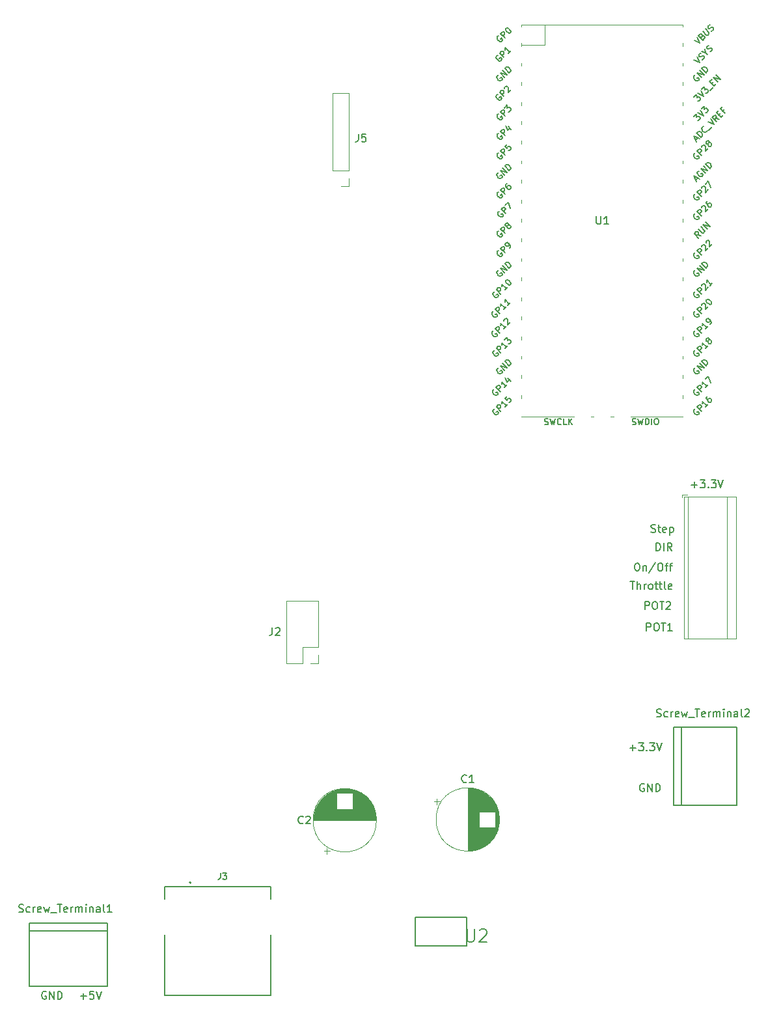
<source format=gbr>
%TF.GenerationSoftware,KiCad,Pcbnew,(5.1.10)-1*%
%TF.CreationDate,2021-09-21T16:53:37-04:00*%
%TF.ProjectId,CC_PCB_V1,43435f50-4342-45f5-9631-2e6b69636164,09/18/2021*%
%TF.SameCoordinates,Original*%
%TF.FileFunction,Legend,Top*%
%TF.FilePolarity,Positive*%
%FSLAX46Y46*%
G04 Gerber Fmt 4.6, Leading zero omitted, Abs format (unit mm)*
G04 Created by KiCad (PCBNEW (5.1.10)-1) date 2021-09-21 16:53:37*
%MOMM*%
%LPD*%
G01*
G04 APERTURE LIST*
%ADD10C,0.150000*%
%ADD11C,0.127000*%
%ADD12C,0.200000*%
%ADD13C,0.152400*%
%ADD14C,0.120000*%
G04 APERTURE END LIST*
D10*
X142438095Y-132800000D02*
X142342857Y-132752380D01*
X142200000Y-132752380D01*
X142057142Y-132800000D01*
X141961904Y-132895238D01*
X141914285Y-132990476D01*
X141866666Y-133180952D01*
X141866666Y-133323809D01*
X141914285Y-133514285D01*
X141961904Y-133609523D01*
X142057142Y-133704761D01*
X142200000Y-133752380D01*
X142295238Y-133752380D01*
X142438095Y-133704761D01*
X142485714Y-133657142D01*
X142485714Y-133323809D01*
X142295238Y-133323809D01*
X142914285Y-133752380D02*
X142914285Y-132752380D01*
X143485714Y-133752380D01*
X143485714Y-132752380D01*
X143961904Y-133752380D02*
X143961904Y-132752380D01*
X144200000Y-132752380D01*
X144342857Y-132800000D01*
X144438095Y-132895238D01*
X144485714Y-132990476D01*
X144533333Y-133180952D01*
X144533333Y-133323809D01*
X144485714Y-133514285D01*
X144438095Y-133609523D01*
X144342857Y-133704761D01*
X144200000Y-133752380D01*
X143961904Y-133752380D01*
X140600000Y-128071428D02*
X141361904Y-128071428D01*
X140980952Y-128452380D02*
X140980952Y-127690476D01*
X141742857Y-127452380D02*
X142361904Y-127452380D01*
X142028571Y-127833333D01*
X142171428Y-127833333D01*
X142266666Y-127880952D01*
X142314285Y-127928571D01*
X142361904Y-128023809D01*
X142361904Y-128261904D01*
X142314285Y-128357142D01*
X142266666Y-128404761D01*
X142171428Y-128452380D01*
X141885714Y-128452380D01*
X141790476Y-128404761D01*
X141742857Y-128357142D01*
X142790476Y-128357142D02*
X142838095Y-128404761D01*
X142790476Y-128452380D01*
X142742857Y-128404761D01*
X142790476Y-128357142D01*
X142790476Y-128452380D01*
X143171428Y-127452380D02*
X143790476Y-127452380D01*
X143457142Y-127833333D01*
X143600000Y-127833333D01*
X143695238Y-127880952D01*
X143742857Y-127928571D01*
X143790476Y-128023809D01*
X143790476Y-128261904D01*
X143742857Y-128357142D01*
X143695238Y-128404761D01*
X143600000Y-128452380D01*
X143314285Y-128452380D01*
X143219047Y-128404761D01*
X143171428Y-128357142D01*
X144076190Y-127452380D02*
X144409523Y-128452380D01*
X144742857Y-127452380D01*
X69114285Y-160371428D02*
X69876190Y-160371428D01*
X69495238Y-160752380D02*
X69495238Y-159990476D01*
X70828571Y-159752380D02*
X70352380Y-159752380D01*
X70304761Y-160228571D01*
X70352380Y-160180952D01*
X70447619Y-160133333D01*
X70685714Y-160133333D01*
X70780952Y-160180952D01*
X70828571Y-160228571D01*
X70876190Y-160323809D01*
X70876190Y-160561904D01*
X70828571Y-160657142D01*
X70780952Y-160704761D01*
X70685714Y-160752380D01*
X70447619Y-160752380D01*
X70352380Y-160704761D01*
X70304761Y-160657142D01*
X71161904Y-159752380D02*
X71495238Y-160752380D01*
X71828571Y-159752380D01*
X64638095Y-159800000D02*
X64542857Y-159752380D01*
X64400000Y-159752380D01*
X64257142Y-159800000D01*
X64161904Y-159895238D01*
X64114285Y-159990476D01*
X64066666Y-160180952D01*
X64066666Y-160323809D01*
X64114285Y-160514285D01*
X64161904Y-160609523D01*
X64257142Y-160704761D01*
X64400000Y-160752380D01*
X64495238Y-160752380D01*
X64638095Y-160704761D01*
X64685714Y-160657142D01*
X64685714Y-160323809D01*
X64495238Y-160323809D01*
X65114285Y-160752380D02*
X65114285Y-159752380D01*
X65685714Y-160752380D01*
X65685714Y-159752380D01*
X66161904Y-160752380D02*
X66161904Y-159752380D01*
X66400000Y-159752380D01*
X66542857Y-159800000D01*
X66638095Y-159895238D01*
X66685714Y-159990476D01*
X66733333Y-160180952D01*
X66733333Y-160323809D01*
X66685714Y-160514285D01*
X66638095Y-160609523D01*
X66542857Y-160704761D01*
X66400000Y-160752380D01*
X66161904Y-160752380D01*
X142757142Y-112852380D02*
X142757142Y-111852380D01*
X143138095Y-111852380D01*
X143233333Y-111900000D01*
X143280952Y-111947619D01*
X143328571Y-112042857D01*
X143328571Y-112185714D01*
X143280952Y-112280952D01*
X143233333Y-112328571D01*
X143138095Y-112376190D01*
X142757142Y-112376190D01*
X143947619Y-111852380D02*
X144138095Y-111852380D01*
X144233333Y-111900000D01*
X144328571Y-111995238D01*
X144376190Y-112185714D01*
X144376190Y-112519047D01*
X144328571Y-112709523D01*
X144233333Y-112804761D01*
X144138095Y-112852380D01*
X143947619Y-112852380D01*
X143852380Y-112804761D01*
X143757142Y-112709523D01*
X143709523Y-112519047D01*
X143709523Y-112185714D01*
X143757142Y-111995238D01*
X143852380Y-111900000D01*
X143947619Y-111852380D01*
X144661904Y-111852380D02*
X145233333Y-111852380D01*
X144947619Y-112852380D02*
X144947619Y-111852380D01*
X146090476Y-112852380D02*
X145519047Y-112852380D01*
X145804761Y-112852380D02*
X145804761Y-111852380D01*
X145709523Y-111995238D01*
X145614285Y-112090476D01*
X145519047Y-112138095D01*
X142557142Y-110052380D02*
X142557142Y-109052380D01*
X142938095Y-109052380D01*
X143033333Y-109100000D01*
X143080952Y-109147619D01*
X143128571Y-109242857D01*
X143128571Y-109385714D01*
X143080952Y-109480952D01*
X143033333Y-109528571D01*
X142938095Y-109576190D01*
X142557142Y-109576190D01*
X143747619Y-109052380D02*
X143938095Y-109052380D01*
X144033333Y-109100000D01*
X144128571Y-109195238D01*
X144176190Y-109385714D01*
X144176190Y-109719047D01*
X144128571Y-109909523D01*
X144033333Y-110004761D01*
X143938095Y-110052380D01*
X143747619Y-110052380D01*
X143652380Y-110004761D01*
X143557142Y-109909523D01*
X143509523Y-109719047D01*
X143509523Y-109385714D01*
X143557142Y-109195238D01*
X143652380Y-109100000D01*
X143747619Y-109052380D01*
X144461904Y-109052380D02*
X145033333Y-109052380D01*
X144747619Y-110052380D02*
X144747619Y-109052380D01*
X145319047Y-109147619D02*
X145366666Y-109100000D01*
X145461904Y-109052380D01*
X145700000Y-109052380D01*
X145795238Y-109100000D01*
X145842857Y-109147619D01*
X145890476Y-109242857D01*
X145890476Y-109338095D01*
X145842857Y-109480952D01*
X145271428Y-110052380D01*
X145890476Y-110052380D01*
X140638095Y-106452380D02*
X141209523Y-106452380D01*
X140923809Y-107452380D02*
X140923809Y-106452380D01*
X141542857Y-107452380D02*
X141542857Y-106452380D01*
X141971428Y-107452380D02*
X141971428Y-106928571D01*
X141923809Y-106833333D01*
X141828571Y-106785714D01*
X141685714Y-106785714D01*
X141590476Y-106833333D01*
X141542857Y-106880952D01*
X142447619Y-107452380D02*
X142447619Y-106785714D01*
X142447619Y-106976190D02*
X142495238Y-106880952D01*
X142542857Y-106833333D01*
X142638095Y-106785714D01*
X142733333Y-106785714D01*
X143209523Y-107452380D02*
X143114285Y-107404761D01*
X143066666Y-107357142D01*
X143019047Y-107261904D01*
X143019047Y-106976190D01*
X143066666Y-106880952D01*
X143114285Y-106833333D01*
X143209523Y-106785714D01*
X143352380Y-106785714D01*
X143447619Y-106833333D01*
X143495238Y-106880952D01*
X143542857Y-106976190D01*
X143542857Y-107261904D01*
X143495238Y-107357142D01*
X143447619Y-107404761D01*
X143352380Y-107452380D01*
X143209523Y-107452380D01*
X143828571Y-106785714D02*
X144209523Y-106785714D01*
X143971428Y-106452380D02*
X143971428Y-107309523D01*
X144019047Y-107404761D01*
X144114285Y-107452380D01*
X144209523Y-107452380D01*
X144400000Y-106785714D02*
X144780952Y-106785714D01*
X144542857Y-106452380D02*
X144542857Y-107309523D01*
X144590476Y-107404761D01*
X144685714Y-107452380D01*
X144780952Y-107452380D01*
X145257142Y-107452380D02*
X145161904Y-107404761D01*
X145114285Y-107309523D01*
X145114285Y-106452380D01*
X146019047Y-107404761D02*
X145923809Y-107452380D01*
X145733333Y-107452380D01*
X145638095Y-107404761D01*
X145590476Y-107309523D01*
X145590476Y-106928571D01*
X145638095Y-106833333D01*
X145733333Y-106785714D01*
X145923809Y-106785714D01*
X146019047Y-106833333D01*
X146066666Y-106928571D01*
X146066666Y-107023809D01*
X145590476Y-107119047D01*
X141452380Y-104052380D02*
X141642857Y-104052380D01*
X141738095Y-104100000D01*
X141833333Y-104195238D01*
X141880952Y-104385714D01*
X141880952Y-104719047D01*
X141833333Y-104909523D01*
X141738095Y-105004761D01*
X141642857Y-105052380D01*
X141452380Y-105052380D01*
X141357142Y-105004761D01*
X141261904Y-104909523D01*
X141214285Y-104719047D01*
X141214285Y-104385714D01*
X141261904Y-104195238D01*
X141357142Y-104100000D01*
X141452380Y-104052380D01*
X142309523Y-104385714D02*
X142309523Y-105052380D01*
X142309523Y-104480952D02*
X142357142Y-104433333D01*
X142452380Y-104385714D01*
X142595238Y-104385714D01*
X142690476Y-104433333D01*
X142738095Y-104528571D01*
X142738095Y-105052380D01*
X143928571Y-104004761D02*
X143071428Y-105290476D01*
X144452380Y-104052380D02*
X144642857Y-104052380D01*
X144738095Y-104100000D01*
X144833333Y-104195238D01*
X144880952Y-104385714D01*
X144880952Y-104719047D01*
X144833333Y-104909523D01*
X144738095Y-105004761D01*
X144642857Y-105052380D01*
X144452380Y-105052380D01*
X144357142Y-105004761D01*
X144261904Y-104909523D01*
X144214285Y-104719047D01*
X144214285Y-104385714D01*
X144261904Y-104195238D01*
X144357142Y-104100000D01*
X144452380Y-104052380D01*
X145166666Y-104385714D02*
X145547619Y-104385714D01*
X145309523Y-105052380D02*
X145309523Y-104195238D01*
X145357142Y-104100000D01*
X145452380Y-104052380D01*
X145547619Y-104052380D01*
X145738095Y-104385714D02*
X146119047Y-104385714D01*
X145880952Y-105052380D02*
X145880952Y-104195238D01*
X145928571Y-104100000D01*
X146023809Y-104052380D01*
X146119047Y-104052380D01*
X144000000Y-102452380D02*
X144000000Y-101452380D01*
X144238095Y-101452380D01*
X144380952Y-101500000D01*
X144476190Y-101595238D01*
X144523809Y-101690476D01*
X144571428Y-101880952D01*
X144571428Y-102023809D01*
X144523809Y-102214285D01*
X144476190Y-102309523D01*
X144380952Y-102404761D01*
X144238095Y-102452380D01*
X144000000Y-102452380D01*
X145000000Y-102452380D02*
X145000000Y-101452380D01*
X146047619Y-102452380D02*
X145714285Y-101976190D01*
X145476190Y-102452380D02*
X145476190Y-101452380D01*
X145857142Y-101452380D01*
X145952380Y-101500000D01*
X146000000Y-101547619D01*
X146047619Y-101642857D01*
X146047619Y-101785714D01*
X146000000Y-101880952D01*
X145952380Y-101928571D01*
X145857142Y-101976190D01*
X145476190Y-101976190D01*
X143347619Y-100004761D02*
X143490476Y-100052380D01*
X143728571Y-100052380D01*
X143823809Y-100004761D01*
X143871428Y-99957142D01*
X143919047Y-99861904D01*
X143919047Y-99766666D01*
X143871428Y-99671428D01*
X143823809Y-99623809D01*
X143728571Y-99576190D01*
X143538095Y-99528571D01*
X143442857Y-99480952D01*
X143395238Y-99433333D01*
X143347619Y-99338095D01*
X143347619Y-99242857D01*
X143395238Y-99147619D01*
X143442857Y-99100000D01*
X143538095Y-99052380D01*
X143776190Y-99052380D01*
X143919047Y-99100000D01*
X144204761Y-99385714D02*
X144585714Y-99385714D01*
X144347619Y-99052380D02*
X144347619Y-99909523D01*
X144395238Y-100004761D01*
X144490476Y-100052380D01*
X144585714Y-100052380D01*
X145300000Y-100004761D02*
X145204761Y-100052380D01*
X145014285Y-100052380D01*
X144919047Y-100004761D01*
X144871428Y-99909523D01*
X144871428Y-99528571D01*
X144919047Y-99433333D01*
X145014285Y-99385714D01*
X145204761Y-99385714D01*
X145300000Y-99433333D01*
X145347619Y-99528571D01*
X145347619Y-99623809D01*
X144871428Y-99719047D01*
X145776190Y-99385714D02*
X145776190Y-100385714D01*
X145776190Y-99433333D02*
X145871428Y-99385714D01*
X146061904Y-99385714D01*
X146157142Y-99433333D01*
X146204761Y-99480952D01*
X146252380Y-99576190D01*
X146252380Y-99861904D01*
X146204761Y-99957142D01*
X146157142Y-100004761D01*
X146061904Y-100052380D01*
X145871428Y-100052380D01*
X145776190Y-100004761D01*
X148600000Y-93871428D02*
X149361904Y-93871428D01*
X148980952Y-94252380D02*
X148980952Y-93490476D01*
X149742857Y-93252380D02*
X150361904Y-93252380D01*
X150028571Y-93633333D01*
X150171428Y-93633333D01*
X150266666Y-93680952D01*
X150314285Y-93728571D01*
X150361904Y-93823809D01*
X150361904Y-94061904D01*
X150314285Y-94157142D01*
X150266666Y-94204761D01*
X150171428Y-94252380D01*
X149885714Y-94252380D01*
X149790476Y-94204761D01*
X149742857Y-94157142D01*
X150790476Y-94157142D02*
X150838095Y-94204761D01*
X150790476Y-94252380D01*
X150742857Y-94204761D01*
X150790476Y-94157142D01*
X150790476Y-94252380D01*
X151171428Y-93252380D02*
X151790476Y-93252380D01*
X151457142Y-93633333D01*
X151600000Y-93633333D01*
X151695238Y-93680952D01*
X151742857Y-93728571D01*
X151790476Y-93823809D01*
X151790476Y-94061904D01*
X151742857Y-94157142D01*
X151695238Y-94204761D01*
X151600000Y-94252380D01*
X151314285Y-94252380D01*
X151219047Y-94204761D01*
X151171428Y-94157142D01*
X152076190Y-93252380D02*
X152409523Y-94252380D01*
X152742857Y-93252380D01*
D11*
%TO.C,Screw_Terminal2*%
X147300000Y-125420000D02*
X147300000Y-135580000D01*
X147300000Y-125420000D02*
X154500000Y-125420000D01*
X146300000Y-125420000D02*
X147300000Y-125420000D01*
X146300000Y-135580000D02*
X146300000Y-125420000D01*
X147300000Y-135580000D02*
X146300000Y-135580000D01*
X154500000Y-135580000D02*
X147300000Y-135580000D01*
X154500000Y-125420000D02*
X154500000Y-135580000D01*
D12*
%TO.C,J3*%
X83500000Y-145600000D02*
G75*
G03*
X83500000Y-145600000I-100000J0D01*
G01*
X93900000Y-146120000D02*
X80100000Y-146120000D01*
X80100000Y-160280000D02*
X93900000Y-160280000D01*
X80100000Y-146120000D02*
X80100000Y-147780000D01*
X80100000Y-152370000D02*
X80100000Y-160280000D01*
X93900000Y-146120000D02*
X93900000Y-147780000D01*
X93900000Y-152370000D02*
X93900000Y-160280000D01*
D13*
%TO.C,U2*%
X112647200Y-150145800D02*
X112647200Y-153854200D01*
X112647200Y-153854200D02*
X119352800Y-153854200D01*
X119352800Y-153854200D02*
X119352800Y-150145800D01*
X119352800Y-150145800D02*
X112647200Y-150145800D01*
D14*
%TO.C,U1*%
X126500000Y-34000000D02*
X147500000Y-34000000D01*
X133300000Y-85000000D02*
X126500000Y-85000000D01*
X126500000Y-36667000D02*
X129507000Y-36667000D01*
X129507000Y-36667000D02*
X129507000Y-34000000D01*
X126500000Y-34000000D02*
X126500000Y-34300000D01*
X126500000Y-36400000D02*
X126500000Y-36800000D01*
X126500000Y-39000000D02*
X126500000Y-39400000D01*
X126500000Y-41500000D02*
X126500000Y-41900000D01*
X126500000Y-44100000D02*
X126500000Y-44500000D01*
X126500000Y-46600000D02*
X126500000Y-47000000D01*
X126500000Y-49100000D02*
X126500000Y-49500000D01*
X126500000Y-51700000D02*
X126500000Y-52100000D01*
X126500000Y-54200000D02*
X126500000Y-54600000D01*
X126500000Y-56800000D02*
X126500000Y-57200000D01*
X126500000Y-59300000D02*
X126500000Y-59700000D01*
X126500000Y-61800000D02*
X126500000Y-62200000D01*
X126500000Y-64400000D02*
X126500000Y-64800000D01*
X126500000Y-66900000D02*
X126500000Y-67300000D01*
X126500000Y-69500000D02*
X126500000Y-69900000D01*
X126500000Y-72000000D02*
X126500000Y-72400000D01*
X126500000Y-74600000D02*
X126500000Y-75000000D01*
X126500000Y-77100000D02*
X126500000Y-77500000D01*
X126500000Y-79600000D02*
X126500000Y-80000000D01*
X126500000Y-82200000D02*
X126500000Y-82600000D01*
X147500000Y-49100000D02*
X147500000Y-49500000D01*
X147500000Y-54200000D02*
X147500000Y-54600000D01*
X147500000Y-61800000D02*
X147500000Y-62200000D01*
X147500000Y-69500000D02*
X147500000Y-69900000D01*
X147500000Y-39000000D02*
X147500000Y-39400000D01*
X147500000Y-36400000D02*
X147500000Y-36800000D01*
X147500000Y-44100000D02*
X147500000Y-44500000D01*
X147500000Y-77100000D02*
X147500000Y-77500000D01*
X147500000Y-82200000D02*
X147500000Y-82600000D01*
X147500000Y-79600000D02*
X147500000Y-80000000D01*
X147500000Y-64400000D02*
X147500000Y-64800000D01*
X147500000Y-59300000D02*
X147500000Y-59700000D01*
X147500000Y-46600000D02*
X147500000Y-47000000D01*
X147500000Y-51700000D02*
X147500000Y-52100000D01*
X147500000Y-72000000D02*
X147500000Y-72400000D01*
X147500000Y-56800000D02*
X147500000Y-57200000D01*
X147500000Y-34000000D02*
X147500000Y-34300000D01*
X147500000Y-41500000D02*
X147500000Y-41900000D01*
X147500000Y-66900000D02*
X147500000Y-67300000D01*
X147500000Y-74600000D02*
X147500000Y-75000000D01*
X147500000Y-85000000D02*
X140700000Y-85000000D01*
X135500000Y-85000000D02*
X135900000Y-85000000D01*
X138100000Y-85000000D02*
X138500000Y-85000000D01*
%TO.C,C2*%
X100785000Y-141509698D02*
X101585000Y-141509698D01*
X101185000Y-141909698D02*
X101185000Y-141109698D01*
X102967000Y-133419000D02*
X104033000Y-133419000D01*
X102732000Y-133459000D02*
X104268000Y-133459000D01*
X102552000Y-133499000D02*
X104448000Y-133499000D01*
X102402000Y-133539000D02*
X104598000Y-133539000D01*
X102271000Y-133579000D02*
X104729000Y-133579000D01*
X102154000Y-133619000D02*
X104846000Y-133619000D01*
X102047000Y-133659000D02*
X104953000Y-133659000D01*
X101948000Y-133699000D02*
X105052000Y-133699000D01*
X101855000Y-133739000D02*
X105145000Y-133739000D01*
X101769000Y-133779000D02*
X105231000Y-133779000D01*
X101687000Y-133819000D02*
X105313000Y-133819000D01*
X101610000Y-133859000D02*
X105390000Y-133859000D01*
X101536000Y-133899000D02*
X105464000Y-133899000D01*
X101466000Y-133939000D02*
X105534000Y-133939000D01*
X104540000Y-133979000D02*
X105602000Y-133979000D01*
X101398000Y-133979000D02*
X102460000Y-133979000D01*
X104540000Y-134019000D02*
X105666000Y-134019000D01*
X101334000Y-134019000D02*
X102460000Y-134019000D01*
X104540000Y-134059000D02*
X105728000Y-134059000D01*
X101272000Y-134059000D02*
X102460000Y-134059000D01*
X104540000Y-134099000D02*
X105787000Y-134099000D01*
X101213000Y-134099000D02*
X102460000Y-134099000D01*
X104540000Y-134139000D02*
X105845000Y-134139000D01*
X101155000Y-134139000D02*
X102460000Y-134139000D01*
X104540000Y-134179000D02*
X105900000Y-134179000D01*
X101100000Y-134179000D02*
X102460000Y-134179000D01*
X104540000Y-134219000D02*
X105954000Y-134219000D01*
X101046000Y-134219000D02*
X102460000Y-134219000D01*
X104540000Y-134259000D02*
X106005000Y-134259000D01*
X100995000Y-134259000D02*
X102460000Y-134259000D01*
X104540000Y-134299000D02*
X106056000Y-134299000D01*
X100944000Y-134299000D02*
X102460000Y-134299000D01*
X104540000Y-134339000D02*
X106104000Y-134339000D01*
X100896000Y-134339000D02*
X102460000Y-134339000D01*
X104540000Y-134379000D02*
X106151000Y-134379000D01*
X100849000Y-134379000D02*
X102460000Y-134379000D01*
X104540000Y-134419000D02*
X106197000Y-134419000D01*
X100803000Y-134419000D02*
X102460000Y-134419000D01*
X104540000Y-134459000D02*
X106241000Y-134459000D01*
X100759000Y-134459000D02*
X102460000Y-134459000D01*
X104540000Y-134499000D02*
X106284000Y-134499000D01*
X100716000Y-134499000D02*
X102460000Y-134499000D01*
X104540000Y-134539000D02*
X106326000Y-134539000D01*
X100674000Y-134539000D02*
X102460000Y-134539000D01*
X104540000Y-134579000D02*
X106367000Y-134579000D01*
X100633000Y-134579000D02*
X102460000Y-134579000D01*
X104540000Y-134619000D02*
X106407000Y-134619000D01*
X100593000Y-134619000D02*
X102460000Y-134619000D01*
X104540000Y-134659000D02*
X106445000Y-134659000D01*
X100555000Y-134659000D02*
X102460000Y-134659000D01*
X104540000Y-134699000D02*
X106483000Y-134699000D01*
X100517000Y-134699000D02*
X102460000Y-134699000D01*
X104540000Y-134739000D02*
X106519000Y-134739000D01*
X100481000Y-134739000D02*
X102460000Y-134739000D01*
X104540000Y-134779000D02*
X106555000Y-134779000D01*
X100445000Y-134779000D02*
X102460000Y-134779000D01*
X104540000Y-134819000D02*
X106590000Y-134819000D01*
X100410000Y-134819000D02*
X102460000Y-134819000D01*
X104540000Y-134859000D02*
X106624000Y-134859000D01*
X100376000Y-134859000D02*
X102460000Y-134859000D01*
X104540000Y-134899000D02*
X106656000Y-134899000D01*
X100344000Y-134899000D02*
X102460000Y-134899000D01*
X104540000Y-134939000D02*
X106689000Y-134939000D01*
X100311000Y-134939000D02*
X102460000Y-134939000D01*
X104540000Y-134979000D02*
X106720000Y-134979000D01*
X100280000Y-134979000D02*
X102460000Y-134979000D01*
X104540000Y-135019000D02*
X106750000Y-135019000D01*
X100250000Y-135019000D02*
X102460000Y-135019000D01*
X104540000Y-135059000D02*
X106780000Y-135059000D01*
X100220000Y-135059000D02*
X102460000Y-135059000D01*
X104540000Y-135099000D02*
X106809000Y-135099000D01*
X100191000Y-135099000D02*
X102460000Y-135099000D01*
X104540000Y-135139000D02*
X106838000Y-135139000D01*
X100162000Y-135139000D02*
X102460000Y-135139000D01*
X104540000Y-135179000D02*
X106865000Y-135179000D01*
X100135000Y-135179000D02*
X102460000Y-135179000D01*
X104540000Y-135219000D02*
X106892000Y-135219000D01*
X100108000Y-135219000D02*
X102460000Y-135219000D01*
X104540000Y-135259000D02*
X106918000Y-135259000D01*
X100082000Y-135259000D02*
X102460000Y-135259000D01*
X104540000Y-135299000D02*
X106944000Y-135299000D01*
X100056000Y-135299000D02*
X102460000Y-135299000D01*
X104540000Y-135339000D02*
X106969000Y-135339000D01*
X100031000Y-135339000D02*
X102460000Y-135339000D01*
X104540000Y-135379000D02*
X106993000Y-135379000D01*
X100007000Y-135379000D02*
X102460000Y-135379000D01*
X104540000Y-135419000D02*
X107017000Y-135419000D01*
X99983000Y-135419000D02*
X102460000Y-135419000D01*
X104540000Y-135459000D02*
X107040000Y-135459000D01*
X99960000Y-135459000D02*
X102460000Y-135459000D01*
X104540000Y-135499000D02*
X107062000Y-135499000D01*
X99938000Y-135499000D02*
X102460000Y-135499000D01*
X104540000Y-135539000D02*
X107084000Y-135539000D01*
X99916000Y-135539000D02*
X102460000Y-135539000D01*
X104540000Y-135579000D02*
X107106000Y-135579000D01*
X99894000Y-135579000D02*
X102460000Y-135579000D01*
X104540000Y-135619000D02*
X107127000Y-135619000D01*
X99873000Y-135619000D02*
X102460000Y-135619000D01*
X104540000Y-135659000D02*
X107147000Y-135659000D01*
X99853000Y-135659000D02*
X102460000Y-135659000D01*
X104540000Y-135699000D02*
X107166000Y-135699000D01*
X99834000Y-135699000D02*
X102460000Y-135699000D01*
X104540000Y-135739000D02*
X107186000Y-135739000D01*
X99814000Y-135739000D02*
X102460000Y-135739000D01*
X104540000Y-135779000D02*
X107204000Y-135779000D01*
X99796000Y-135779000D02*
X102460000Y-135779000D01*
X104540000Y-135819000D02*
X107222000Y-135819000D01*
X99778000Y-135819000D02*
X102460000Y-135819000D01*
X104540000Y-135859000D02*
X107240000Y-135859000D01*
X99760000Y-135859000D02*
X102460000Y-135859000D01*
X104540000Y-135899000D02*
X107257000Y-135899000D01*
X99743000Y-135899000D02*
X102460000Y-135899000D01*
X104540000Y-135939000D02*
X107274000Y-135939000D01*
X99726000Y-135939000D02*
X102460000Y-135939000D01*
X104540000Y-135979000D02*
X107290000Y-135979000D01*
X99710000Y-135979000D02*
X102460000Y-135979000D01*
X104540000Y-136019000D02*
X107305000Y-136019000D01*
X99695000Y-136019000D02*
X102460000Y-136019000D01*
X99679000Y-136059000D02*
X107321000Y-136059000D01*
X99665000Y-136099000D02*
X107335000Y-136099000D01*
X99650000Y-136139000D02*
X107350000Y-136139000D01*
X99637000Y-136179000D02*
X107363000Y-136179000D01*
X99623000Y-136219000D02*
X107377000Y-136219000D01*
X99611000Y-136259000D02*
X107389000Y-136259000D01*
X99598000Y-136299000D02*
X107402000Y-136299000D01*
X99586000Y-136339000D02*
X107414000Y-136339000D01*
X99575000Y-136379000D02*
X107425000Y-136379000D01*
X99564000Y-136419000D02*
X107436000Y-136419000D01*
X99553000Y-136459000D02*
X107447000Y-136459000D01*
X99543000Y-136499000D02*
X107457000Y-136499000D01*
X99533000Y-136539000D02*
X107467000Y-136539000D01*
X99524000Y-136579000D02*
X107476000Y-136579000D01*
X99515000Y-136619000D02*
X107485000Y-136619000D01*
X99506000Y-136659000D02*
X107494000Y-136659000D01*
X99498000Y-136699000D02*
X107502000Y-136699000D01*
X99490000Y-136739000D02*
X107510000Y-136739000D01*
X99483000Y-136779000D02*
X107517000Y-136779000D01*
X99476000Y-136820000D02*
X107524000Y-136820000D01*
X99470000Y-136860000D02*
X107530000Y-136860000D01*
X99463000Y-136900000D02*
X107537000Y-136900000D01*
X99458000Y-136940000D02*
X107542000Y-136940000D01*
X99452000Y-136980000D02*
X107548000Y-136980000D01*
X99448000Y-137020000D02*
X107552000Y-137020000D01*
X99443000Y-137060000D02*
X107557000Y-137060000D01*
X99439000Y-137100000D02*
X107561000Y-137100000D01*
X99435000Y-137140000D02*
X107565000Y-137140000D01*
X99432000Y-137180000D02*
X107568000Y-137180000D01*
X99429000Y-137220000D02*
X107571000Y-137220000D01*
X99426000Y-137260000D02*
X107574000Y-137260000D01*
X99424000Y-137300000D02*
X107576000Y-137300000D01*
X99423000Y-137340000D02*
X107577000Y-137340000D01*
X99421000Y-137380000D02*
X107579000Y-137380000D01*
X99420000Y-137420000D02*
X107580000Y-137420000D01*
X99420000Y-137460000D02*
X107580000Y-137460000D01*
X99420000Y-137500000D02*
X107580000Y-137500000D01*
X107620000Y-137500000D02*
G75*
G03*
X107620000Y-137500000I-4120000J0D01*
G01*
%TO.C,C1*%
X115490302Y-134685000D02*
X115490302Y-135485000D01*
X115090302Y-135085000D02*
X115890302Y-135085000D01*
X123581000Y-136867000D02*
X123581000Y-137933000D01*
X123541000Y-136632000D02*
X123541000Y-138168000D01*
X123501000Y-136452000D02*
X123501000Y-138348000D01*
X123461000Y-136302000D02*
X123461000Y-138498000D01*
X123421000Y-136171000D02*
X123421000Y-138629000D01*
X123381000Y-136054000D02*
X123381000Y-138746000D01*
X123341000Y-135947000D02*
X123341000Y-138853000D01*
X123301000Y-135848000D02*
X123301000Y-138952000D01*
X123261000Y-135755000D02*
X123261000Y-139045000D01*
X123221000Y-135669000D02*
X123221000Y-139131000D01*
X123181000Y-135587000D02*
X123181000Y-139213000D01*
X123141000Y-135510000D02*
X123141000Y-139290000D01*
X123101000Y-135436000D02*
X123101000Y-139364000D01*
X123061000Y-135366000D02*
X123061000Y-139434000D01*
X123021000Y-138440000D02*
X123021000Y-139502000D01*
X123021000Y-135298000D02*
X123021000Y-136360000D01*
X122981000Y-138440000D02*
X122981000Y-139566000D01*
X122981000Y-135234000D02*
X122981000Y-136360000D01*
X122941000Y-138440000D02*
X122941000Y-139628000D01*
X122941000Y-135172000D02*
X122941000Y-136360000D01*
X122901000Y-138440000D02*
X122901000Y-139687000D01*
X122901000Y-135113000D02*
X122901000Y-136360000D01*
X122861000Y-138440000D02*
X122861000Y-139745000D01*
X122861000Y-135055000D02*
X122861000Y-136360000D01*
X122821000Y-138440000D02*
X122821000Y-139800000D01*
X122821000Y-135000000D02*
X122821000Y-136360000D01*
X122781000Y-138440000D02*
X122781000Y-139854000D01*
X122781000Y-134946000D02*
X122781000Y-136360000D01*
X122741000Y-138440000D02*
X122741000Y-139905000D01*
X122741000Y-134895000D02*
X122741000Y-136360000D01*
X122701000Y-138440000D02*
X122701000Y-139956000D01*
X122701000Y-134844000D02*
X122701000Y-136360000D01*
X122661000Y-138440000D02*
X122661000Y-140004000D01*
X122661000Y-134796000D02*
X122661000Y-136360000D01*
X122621000Y-138440000D02*
X122621000Y-140051000D01*
X122621000Y-134749000D02*
X122621000Y-136360000D01*
X122581000Y-138440000D02*
X122581000Y-140097000D01*
X122581000Y-134703000D02*
X122581000Y-136360000D01*
X122541000Y-138440000D02*
X122541000Y-140141000D01*
X122541000Y-134659000D02*
X122541000Y-136360000D01*
X122501000Y-138440000D02*
X122501000Y-140184000D01*
X122501000Y-134616000D02*
X122501000Y-136360000D01*
X122461000Y-138440000D02*
X122461000Y-140226000D01*
X122461000Y-134574000D02*
X122461000Y-136360000D01*
X122421000Y-138440000D02*
X122421000Y-140267000D01*
X122421000Y-134533000D02*
X122421000Y-136360000D01*
X122381000Y-138440000D02*
X122381000Y-140307000D01*
X122381000Y-134493000D02*
X122381000Y-136360000D01*
X122341000Y-138440000D02*
X122341000Y-140345000D01*
X122341000Y-134455000D02*
X122341000Y-136360000D01*
X122301000Y-138440000D02*
X122301000Y-140383000D01*
X122301000Y-134417000D02*
X122301000Y-136360000D01*
X122261000Y-138440000D02*
X122261000Y-140419000D01*
X122261000Y-134381000D02*
X122261000Y-136360000D01*
X122221000Y-138440000D02*
X122221000Y-140455000D01*
X122221000Y-134345000D02*
X122221000Y-136360000D01*
X122181000Y-138440000D02*
X122181000Y-140490000D01*
X122181000Y-134310000D02*
X122181000Y-136360000D01*
X122141000Y-138440000D02*
X122141000Y-140524000D01*
X122141000Y-134276000D02*
X122141000Y-136360000D01*
X122101000Y-138440000D02*
X122101000Y-140556000D01*
X122101000Y-134244000D02*
X122101000Y-136360000D01*
X122061000Y-138440000D02*
X122061000Y-140589000D01*
X122061000Y-134211000D02*
X122061000Y-136360000D01*
X122021000Y-138440000D02*
X122021000Y-140620000D01*
X122021000Y-134180000D02*
X122021000Y-136360000D01*
X121981000Y-138440000D02*
X121981000Y-140650000D01*
X121981000Y-134150000D02*
X121981000Y-136360000D01*
X121941000Y-138440000D02*
X121941000Y-140680000D01*
X121941000Y-134120000D02*
X121941000Y-136360000D01*
X121901000Y-138440000D02*
X121901000Y-140709000D01*
X121901000Y-134091000D02*
X121901000Y-136360000D01*
X121861000Y-138440000D02*
X121861000Y-140738000D01*
X121861000Y-134062000D02*
X121861000Y-136360000D01*
X121821000Y-138440000D02*
X121821000Y-140765000D01*
X121821000Y-134035000D02*
X121821000Y-136360000D01*
X121781000Y-138440000D02*
X121781000Y-140792000D01*
X121781000Y-134008000D02*
X121781000Y-136360000D01*
X121741000Y-138440000D02*
X121741000Y-140818000D01*
X121741000Y-133982000D02*
X121741000Y-136360000D01*
X121701000Y-138440000D02*
X121701000Y-140844000D01*
X121701000Y-133956000D02*
X121701000Y-136360000D01*
X121661000Y-138440000D02*
X121661000Y-140869000D01*
X121661000Y-133931000D02*
X121661000Y-136360000D01*
X121621000Y-138440000D02*
X121621000Y-140893000D01*
X121621000Y-133907000D02*
X121621000Y-136360000D01*
X121581000Y-138440000D02*
X121581000Y-140917000D01*
X121581000Y-133883000D02*
X121581000Y-136360000D01*
X121541000Y-138440000D02*
X121541000Y-140940000D01*
X121541000Y-133860000D02*
X121541000Y-136360000D01*
X121501000Y-138440000D02*
X121501000Y-140962000D01*
X121501000Y-133838000D02*
X121501000Y-136360000D01*
X121461000Y-138440000D02*
X121461000Y-140984000D01*
X121461000Y-133816000D02*
X121461000Y-136360000D01*
X121421000Y-138440000D02*
X121421000Y-141006000D01*
X121421000Y-133794000D02*
X121421000Y-136360000D01*
X121381000Y-138440000D02*
X121381000Y-141027000D01*
X121381000Y-133773000D02*
X121381000Y-136360000D01*
X121341000Y-138440000D02*
X121341000Y-141047000D01*
X121341000Y-133753000D02*
X121341000Y-136360000D01*
X121301000Y-138440000D02*
X121301000Y-141066000D01*
X121301000Y-133734000D02*
X121301000Y-136360000D01*
X121261000Y-138440000D02*
X121261000Y-141086000D01*
X121261000Y-133714000D02*
X121261000Y-136360000D01*
X121221000Y-138440000D02*
X121221000Y-141104000D01*
X121221000Y-133696000D02*
X121221000Y-136360000D01*
X121181000Y-138440000D02*
X121181000Y-141122000D01*
X121181000Y-133678000D02*
X121181000Y-136360000D01*
X121141000Y-138440000D02*
X121141000Y-141140000D01*
X121141000Y-133660000D02*
X121141000Y-136360000D01*
X121101000Y-138440000D02*
X121101000Y-141157000D01*
X121101000Y-133643000D02*
X121101000Y-136360000D01*
X121061000Y-138440000D02*
X121061000Y-141174000D01*
X121061000Y-133626000D02*
X121061000Y-136360000D01*
X121021000Y-138440000D02*
X121021000Y-141190000D01*
X121021000Y-133610000D02*
X121021000Y-136360000D01*
X120981000Y-138440000D02*
X120981000Y-141205000D01*
X120981000Y-133595000D02*
X120981000Y-136360000D01*
X120941000Y-133579000D02*
X120941000Y-141221000D01*
X120901000Y-133565000D02*
X120901000Y-141235000D01*
X120861000Y-133550000D02*
X120861000Y-141250000D01*
X120821000Y-133537000D02*
X120821000Y-141263000D01*
X120781000Y-133523000D02*
X120781000Y-141277000D01*
X120741000Y-133511000D02*
X120741000Y-141289000D01*
X120701000Y-133498000D02*
X120701000Y-141302000D01*
X120661000Y-133486000D02*
X120661000Y-141314000D01*
X120621000Y-133475000D02*
X120621000Y-141325000D01*
X120581000Y-133464000D02*
X120581000Y-141336000D01*
X120541000Y-133453000D02*
X120541000Y-141347000D01*
X120501000Y-133443000D02*
X120501000Y-141357000D01*
X120461000Y-133433000D02*
X120461000Y-141367000D01*
X120421000Y-133424000D02*
X120421000Y-141376000D01*
X120381000Y-133415000D02*
X120381000Y-141385000D01*
X120341000Y-133406000D02*
X120341000Y-141394000D01*
X120301000Y-133398000D02*
X120301000Y-141402000D01*
X120261000Y-133390000D02*
X120261000Y-141410000D01*
X120221000Y-133383000D02*
X120221000Y-141417000D01*
X120180000Y-133376000D02*
X120180000Y-141424000D01*
X120140000Y-133370000D02*
X120140000Y-141430000D01*
X120100000Y-133363000D02*
X120100000Y-141437000D01*
X120060000Y-133358000D02*
X120060000Y-141442000D01*
X120020000Y-133352000D02*
X120020000Y-141448000D01*
X119980000Y-133348000D02*
X119980000Y-141452000D01*
X119940000Y-133343000D02*
X119940000Y-141457000D01*
X119900000Y-133339000D02*
X119900000Y-141461000D01*
X119860000Y-133335000D02*
X119860000Y-141465000D01*
X119820000Y-133332000D02*
X119820000Y-141468000D01*
X119780000Y-133329000D02*
X119780000Y-141471000D01*
X119740000Y-133326000D02*
X119740000Y-141474000D01*
X119700000Y-133324000D02*
X119700000Y-141476000D01*
X119660000Y-133323000D02*
X119660000Y-141477000D01*
X119620000Y-133321000D02*
X119620000Y-141479000D01*
X119580000Y-133320000D02*
X119580000Y-141480000D01*
X119540000Y-133320000D02*
X119540000Y-141480000D01*
X119500000Y-133320000D02*
X119500000Y-141480000D01*
X123620000Y-137400000D02*
G75*
G03*
X123620000Y-137400000I-4120000J0D01*
G01*
%TO.C,J1*%
X147390000Y-95140000D02*
X147390000Y-95540000D01*
X148030000Y-95140000D02*
X147390000Y-95140000D01*
X154370000Y-113860000D02*
X147630000Y-113860000D01*
X154370000Y-95380000D02*
X147630000Y-95380000D01*
X147630000Y-95380000D02*
X147630000Y-113860000D01*
X154370000Y-95380000D02*
X154370000Y-113860000D01*
X153250000Y-95380000D02*
X153250000Y-113860000D01*
X148150000Y-95380000D02*
X148150000Y-113860000D01*
D11*
%TO.C,Screw_Terminal1*%
X72620000Y-151900000D02*
X62460000Y-151900000D01*
X72620000Y-151900000D02*
X72620000Y-159100000D01*
X72620000Y-150900000D02*
X72620000Y-151900000D01*
X62460000Y-150900000D02*
X72620000Y-150900000D01*
X62460000Y-151900000D02*
X62460000Y-150900000D01*
X62460000Y-159100000D02*
X62460000Y-151900000D01*
X72620000Y-159100000D02*
X62460000Y-159100000D01*
D14*
%TO.C,J5*%
X104060000Y-55060000D02*
X103000000Y-55060000D01*
X104060000Y-54000000D02*
X104060000Y-55060000D01*
X104060000Y-53000000D02*
X101940000Y-53000000D01*
X101940000Y-53000000D02*
X101940000Y-42940000D01*
X104060000Y-53000000D02*
X104060000Y-42940000D01*
X104060000Y-42940000D02*
X101940000Y-42940000D01*
%TO.C,J2*%
X100060000Y-117060000D02*
X99000000Y-117060000D01*
X100060000Y-116000000D02*
X100060000Y-117060000D01*
X98000000Y-117060000D02*
X95940000Y-117060000D01*
X98000000Y-115000000D02*
X98000000Y-117060000D01*
X100060000Y-115000000D02*
X98000000Y-115000000D01*
X95940000Y-117060000D02*
X95940000Y-108940000D01*
X100060000Y-115000000D02*
X100060000Y-108940000D01*
X100060000Y-108940000D02*
X95940000Y-108940000D01*
%TO.C,Screw_Terminal2*%
D10*
X144063907Y-124005587D02*
X144207056Y-124053303D01*
X144445637Y-124053303D01*
X144541069Y-124005587D01*
X144588785Y-123957871D01*
X144636501Y-123862438D01*
X144636501Y-123767006D01*
X144588785Y-123671574D01*
X144541069Y-123623858D01*
X144445637Y-123576141D01*
X144254772Y-123528425D01*
X144159340Y-123480709D01*
X144111624Y-123432993D01*
X144063907Y-123337561D01*
X144063907Y-123242128D01*
X144111624Y-123146696D01*
X144159340Y-123098980D01*
X144254772Y-123051264D01*
X144493353Y-123051264D01*
X144636501Y-123098980D01*
X145495392Y-124005587D02*
X145399959Y-124053303D01*
X145209095Y-124053303D01*
X145113663Y-124005587D01*
X145065946Y-123957871D01*
X145018230Y-123862438D01*
X145018230Y-123576141D01*
X145065946Y-123480709D01*
X145113663Y-123432993D01*
X145209095Y-123385277D01*
X145399959Y-123385277D01*
X145495392Y-123432993D01*
X145924837Y-124053303D02*
X145924837Y-123385277D01*
X145924837Y-123576141D02*
X145972553Y-123480709D01*
X146020269Y-123432993D01*
X146115702Y-123385277D01*
X146211134Y-123385277D01*
X146926876Y-124005587D02*
X146831444Y-124053303D01*
X146640579Y-124053303D01*
X146545147Y-124005587D01*
X146497431Y-123910154D01*
X146497431Y-123528425D01*
X146545147Y-123432993D01*
X146640579Y-123385277D01*
X146831444Y-123385277D01*
X146926876Y-123432993D01*
X146974592Y-123528425D01*
X146974592Y-123623858D01*
X146497431Y-123719290D01*
X147308605Y-123385277D02*
X147499470Y-124053303D01*
X147690334Y-123576141D01*
X147881199Y-124053303D01*
X148072063Y-123385277D01*
X148215212Y-124148735D02*
X148978670Y-124148735D01*
X149074102Y-123051264D02*
X149646696Y-123051264D01*
X149360399Y-124053303D02*
X149360399Y-123051264D01*
X150362438Y-124005587D02*
X150267006Y-124053303D01*
X150076141Y-124053303D01*
X149980709Y-124005587D01*
X149932993Y-123910154D01*
X149932993Y-123528425D01*
X149980709Y-123432993D01*
X150076141Y-123385277D01*
X150267006Y-123385277D01*
X150362438Y-123432993D01*
X150410154Y-123528425D01*
X150410154Y-123623858D01*
X149932993Y-123719290D01*
X150839600Y-124053303D02*
X150839600Y-123385277D01*
X150839600Y-123576141D02*
X150887316Y-123480709D01*
X150935032Y-123432993D01*
X151030464Y-123385277D01*
X151125897Y-123385277D01*
X151459910Y-124053303D02*
X151459910Y-123385277D01*
X151459910Y-123480709D02*
X151507626Y-123432993D01*
X151603058Y-123385277D01*
X151746206Y-123385277D01*
X151841639Y-123432993D01*
X151889355Y-123528425D01*
X151889355Y-124053303D01*
X151889355Y-123528425D02*
X151937071Y-123432993D01*
X152032503Y-123385277D01*
X152175652Y-123385277D01*
X152271084Y-123432993D01*
X152318800Y-123528425D01*
X152318800Y-124053303D01*
X152795962Y-124053303D02*
X152795962Y-123385277D01*
X152795962Y-123051264D02*
X152748245Y-123098980D01*
X152795962Y-123146696D01*
X152843678Y-123098980D01*
X152795962Y-123051264D01*
X152795962Y-123146696D01*
X153273123Y-123385277D02*
X153273123Y-124053303D01*
X153273123Y-123480709D02*
X153320839Y-123432993D01*
X153416271Y-123385277D01*
X153559420Y-123385277D01*
X153654852Y-123432993D01*
X153702568Y-123528425D01*
X153702568Y-124053303D01*
X154609175Y-124053303D02*
X154609175Y-123528425D01*
X154561459Y-123432993D01*
X154466027Y-123385277D01*
X154275162Y-123385277D01*
X154179730Y-123432993D01*
X154609175Y-124005587D02*
X154513743Y-124053303D01*
X154275162Y-124053303D01*
X154179730Y-124005587D01*
X154132014Y-123910154D01*
X154132014Y-123814722D01*
X154179730Y-123719290D01*
X154275162Y-123671574D01*
X154513743Y-123671574D01*
X154609175Y-123623858D01*
X155229485Y-124053303D02*
X155134053Y-124005587D01*
X155086336Y-123910154D01*
X155086336Y-123051264D01*
X155563498Y-123146696D02*
X155611214Y-123098980D01*
X155706646Y-123051264D01*
X155945227Y-123051264D01*
X156040659Y-123098980D01*
X156088375Y-123146696D01*
X156136092Y-123242128D01*
X156136092Y-123337561D01*
X156088375Y-123480709D01*
X155515782Y-124053303D01*
X156136092Y-124053303D01*
%TO.C,J3*%
X87333333Y-144361904D02*
X87333333Y-144933333D01*
X87295238Y-145047619D01*
X87219047Y-145123809D01*
X87104761Y-145161904D01*
X87028571Y-145161904D01*
X87638095Y-144361904D02*
X88133333Y-144361904D01*
X87866666Y-144666666D01*
X87980952Y-144666666D01*
X88057142Y-144704761D01*
X88095238Y-144742857D01*
X88133333Y-144819047D01*
X88133333Y-145009523D01*
X88095238Y-145085714D01*
X88057142Y-145123809D01*
X87980952Y-145161904D01*
X87752380Y-145161904D01*
X87676190Y-145123809D01*
X87638095Y-145085714D01*
%TO.C,U2*%
X119398893Y-151660683D02*
X119398893Y-152988385D01*
X119476993Y-153144585D01*
X119555093Y-153222685D01*
X119711293Y-153300785D01*
X120023694Y-153300785D01*
X120179894Y-153222685D01*
X120257994Y-153144585D01*
X120336094Y-152988385D01*
X120336094Y-151660683D01*
X121038995Y-151816884D02*
X121117095Y-151738784D01*
X121273295Y-151660683D01*
X121663796Y-151660683D01*
X121819996Y-151738784D01*
X121898096Y-151816884D01*
X121976196Y-151973084D01*
X121976196Y-152129284D01*
X121898096Y-152363584D01*
X120960895Y-153300785D01*
X121976196Y-153300785D01*
%TO.C,U1*%
X136238095Y-58952380D02*
X136238095Y-59761904D01*
X136285714Y-59857142D01*
X136333333Y-59904761D01*
X136428571Y-59952380D01*
X136619047Y-59952380D01*
X136714285Y-59904761D01*
X136761904Y-59857142D01*
X136809523Y-59761904D01*
X136809523Y-58952380D01*
X137809523Y-59952380D02*
X137238095Y-59952380D01*
X137523809Y-59952380D02*
X137523809Y-58952380D01*
X137428571Y-59095238D01*
X137333333Y-59190476D01*
X137238095Y-59238095D01*
X140904761Y-86023809D02*
X141019047Y-86061904D01*
X141209523Y-86061904D01*
X141285714Y-86023809D01*
X141323809Y-85985714D01*
X141361904Y-85909523D01*
X141361904Y-85833333D01*
X141323809Y-85757142D01*
X141285714Y-85719047D01*
X141209523Y-85680952D01*
X141057142Y-85642857D01*
X140980952Y-85604761D01*
X140942857Y-85566666D01*
X140904761Y-85490476D01*
X140904761Y-85414285D01*
X140942857Y-85338095D01*
X140980952Y-85300000D01*
X141057142Y-85261904D01*
X141247619Y-85261904D01*
X141361904Y-85300000D01*
X141628571Y-85261904D02*
X141819047Y-86061904D01*
X141971428Y-85490476D01*
X142123809Y-86061904D01*
X142314285Y-85261904D01*
X142619047Y-86061904D02*
X142619047Y-85261904D01*
X142809523Y-85261904D01*
X142923809Y-85300000D01*
X143000000Y-85376190D01*
X143038095Y-85452380D01*
X143076190Y-85604761D01*
X143076190Y-85719047D01*
X143038095Y-85871428D01*
X143000000Y-85947619D01*
X142923809Y-86023809D01*
X142809523Y-86061904D01*
X142619047Y-86061904D01*
X143419047Y-86061904D02*
X143419047Y-85261904D01*
X143952380Y-85261904D02*
X144104761Y-85261904D01*
X144180952Y-85300000D01*
X144257142Y-85376190D01*
X144295238Y-85528571D01*
X144295238Y-85795238D01*
X144257142Y-85947619D01*
X144180952Y-86023809D01*
X144104761Y-86061904D01*
X143952380Y-86061904D01*
X143876190Y-86023809D01*
X143800000Y-85947619D01*
X143761904Y-85795238D01*
X143761904Y-85528571D01*
X143800000Y-85376190D01*
X143876190Y-85300000D01*
X143952380Y-85261904D01*
X129490476Y-86023809D02*
X129604761Y-86061904D01*
X129795238Y-86061904D01*
X129871428Y-86023809D01*
X129909523Y-85985714D01*
X129947619Y-85909523D01*
X129947619Y-85833333D01*
X129909523Y-85757142D01*
X129871428Y-85719047D01*
X129795238Y-85680952D01*
X129642857Y-85642857D01*
X129566666Y-85604761D01*
X129528571Y-85566666D01*
X129490476Y-85490476D01*
X129490476Y-85414285D01*
X129528571Y-85338095D01*
X129566666Y-85300000D01*
X129642857Y-85261904D01*
X129833333Y-85261904D01*
X129947619Y-85300000D01*
X130214285Y-85261904D02*
X130404761Y-86061904D01*
X130557142Y-85490476D01*
X130709523Y-86061904D01*
X130900000Y-85261904D01*
X131661904Y-85985714D02*
X131623809Y-86023809D01*
X131509523Y-86061904D01*
X131433333Y-86061904D01*
X131319047Y-86023809D01*
X131242857Y-85947619D01*
X131204761Y-85871428D01*
X131166666Y-85719047D01*
X131166666Y-85604761D01*
X131204761Y-85452380D01*
X131242857Y-85376190D01*
X131319047Y-85300000D01*
X131433333Y-85261904D01*
X131509523Y-85261904D01*
X131623809Y-85300000D01*
X131661904Y-85338095D01*
X132385714Y-86061904D02*
X132004761Y-86061904D01*
X132004761Y-85261904D01*
X132652380Y-86061904D02*
X132652380Y-85261904D01*
X133109523Y-86061904D02*
X132766666Y-85604761D01*
X133109523Y-85261904D02*
X132652380Y-85719047D01*
X149151597Y-54240964D02*
X149420971Y-53971590D01*
X149259346Y-54456463D02*
X148882223Y-53702216D01*
X149636470Y-54079340D01*
X149582595Y-53055719D02*
X149501783Y-53082656D01*
X149420971Y-53163468D01*
X149367096Y-53271218D01*
X149367096Y-53378967D01*
X149394033Y-53459780D01*
X149474845Y-53594467D01*
X149555658Y-53675279D01*
X149690345Y-53756091D01*
X149771157Y-53783028D01*
X149878906Y-53783028D01*
X149986656Y-53729154D01*
X150040531Y-53675279D01*
X150094406Y-53567529D01*
X150094406Y-53513654D01*
X149905844Y-53325093D01*
X149798094Y-53432842D01*
X150390717Y-53325093D02*
X149825032Y-52759407D01*
X150713966Y-53001844D01*
X150148280Y-52436158D01*
X150983340Y-52732470D02*
X150417654Y-52166784D01*
X150552341Y-52032097D01*
X150660091Y-51978223D01*
X150767841Y-51978223D01*
X150848653Y-52005160D01*
X150983340Y-52085972D01*
X151064152Y-52166784D01*
X151144964Y-52301471D01*
X151171902Y-52382284D01*
X151171902Y-52490033D01*
X151118027Y-52597783D01*
X150983340Y-52732470D01*
X149086158Y-40598155D02*
X149005346Y-40625093D01*
X148924534Y-40705905D01*
X148870659Y-40813654D01*
X148870659Y-40921404D01*
X148897597Y-41002216D01*
X148978409Y-41136903D01*
X149059221Y-41217715D01*
X149193908Y-41298528D01*
X149274720Y-41325465D01*
X149382470Y-41325465D01*
X149490219Y-41271590D01*
X149544094Y-41217715D01*
X149597969Y-41109966D01*
X149597969Y-41056091D01*
X149409407Y-40867529D01*
X149301658Y-40975279D01*
X149894280Y-40867529D02*
X149328595Y-40301844D01*
X150217529Y-40544280D01*
X149651844Y-39978595D01*
X150486903Y-40274906D02*
X149921218Y-39709221D01*
X150055905Y-39574534D01*
X150163654Y-39520659D01*
X150271404Y-39520659D01*
X150352216Y-39547597D01*
X150486903Y-39628409D01*
X150567715Y-39709221D01*
X150648528Y-39843908D01*
X150675465Y-39924720D01*
X150675465Y-40032470D01*
X150621590Y-40140219D01*
X150486903Y-40274906D01*
X149086158Y-65998155D02*
X149005346Y-66025093D01*
X148924534Y-66105905D01*
X148870659Y-66213654D01*
X148870659Y-66321404D01*
X148897597Y-66402216D01*
X148978409Y-66536903D01*
X149059221Y-66617715D01*
X149193908Y-66698528D01*
X149274720Y-66725465D01*
X149382470Y-66725465D01*
X149490219Y-66671590D01*
X149544094Y-66617715D01*
X149597969Y-66509966D01*
X149597969Y-66456091D01*
X149409407Y-66267529D01*
X149301658Y-66375279D01*
X149894280Y-66267529D02*
X149328595Y-65701844D01*
X150217529Y-65944280D01*
X149651844Y-65378595D01*
X150486903Y-65674906D02*
X149921218Y-65109221D01*
X150055905Y-64974534D01*
X150163654Y-64920659D01*
X150271404Y-64920659D01*
X150352216Y-64947597D01*
X150486903Y-65028409D01*
X150567715Y-65109221D01*
X150648528Y-65243908D01*
X150675465Y-65324720D01*
X150675465Y-65432470D01*
X150621590Y-65540219D01*
X150486903Y-65674906D01*
X149086158Y-78698155D02*
X149005346Y-78725093D01*
X148924534Y-78805905D01*
X148870659Y-78913654D01*
X148870659Y-79021404D01*
X148897597Y-79102216D01*
X148978409Y-79236903D01*
X149059221Y-79317715D01*
X149193908Y-79398528D01*
X149274720Y-79425465D01*
X149382470Y-79425465D01*
X149490219Y-79371590D01*
X149544094Y-79317715D01*
X149597969Y-79209966D01*
X149597969Y-79156091D01*
X149409407Y-78967529D01*
X149301658Y-79075279D01*
X149894280Y-78967529D02*
X149328595Y-78401844D01*
X150217529Y-78644280D01*
X149651844Y-78078595D01*
X150486903Y-78374906D02*
X149921218Y-77809221D01*
X150055905Y-77674534D01*
X150163654Y-77620659D01*
X150271404Y-77620659D01*
X150352216Y-77647597D01*
X150486903Y-77728409D01*
X150567715Y-77809221D01*
X150648528Y-77943908D01*
X150675465Y-78024720D01*
X150675465Y-78132470D01*
X150621590Y-78240219D01*
X150486903Y-78374906D01*
X123486158Y-78698155D02*
X123405346Y-78725093D01*
X123324534Y-78805905D01*
X123270659Y-78913654D01*
X123270659Y-79021404D01*
X123297597Y-79102216D01*
X123378409Y-79236903D01*
X123459221Y-79317715D01*
X123593908Y-79398528D01*
X123674720Y-79425465D01*
X123782470Y-79425465D01*
X123890219Y-79371590D01*
X123944094Y-79317715D01*
X123997969Y-79209966D01*
X123997969Y-79156091D01*
X123809407Y-78967529D01*
X123701658Y-79075279D01*
X124294280Y-78967529D02*
X123728595Y-78401844D01*
X124617529Y-78644280D01*
X124051844Y-78078595D01*
X124886903Y-78374906D02*
X124321218Y-77809221D01*
X124455905Y-77674534D01*
X124563654Y-77620659D01*
X124671404Y-77620659D01*
X124752216Y-77647597D01*
X124886903Y-77728409D01*
X124967715Y-77809221D01*
X125048528Y-77943908D01*
X125075465Y-78024720D01*
X125075465Y-78132470D01*
X125021590Y-78240219D01*
X124886903Y-78374906D01*
X123486158Y-65998155D02*
X123405346Y-66025093D01*
X123324534Y-66105905D01*
X123270659Y-66213654D01*
X123270659Y-66321404D01*
X123297597Y-66402216D01*
X123378409Y-66536903D01*
X123459221Y-66617715D01*
X123593908Y-66698528D01*
X123674720Y-66725465D01*
X123782470Y-66725465D01*
X123890219Y-66671590D01*
X123944094Y-66617715D01*
X123997969Y-66509966D01*
X123997969Y-66456091D01*
X123809407Y-66267529D01*
X123701658Y-66375279D01*
X124294280Y-66267529D02*
X123728595Y-65701844D01*
X124617529Y-65944280D01*
X124051844Y-65378595D01*
X124886903Y-65674906D02*
X124321218Y-65109221D01*
X124455905Y-64974534D01*
X124563654Y-64920659D01*
X124671404Y-64920659D01*
X124752216Y-64947597D01*
X124886903Y-65028409D01*
X124967715Y-65109221D01*
X125048528Y-65243908D01*
X125075465Y-65324720D01*
X125075465Y-65432470D01*
X125021590Y-65540219D01*
X124886903Y-65674906D01*
X123486158Y-53298155D02*
X123405346Y-53325093D01*
X123324534Y-53405905D01*
X123270659Y-53513654D01*
X123270659Y-53621404D01*
X123297597Y-53702216D01*
X123378409Y-53836903D01*
X123459221Y-53917715D01*
X123593908Y-53998528D01*
X123674720Y-54025465D01*
X123782470Y-54025465D01*
X123890219Y-53971590D01*
X123944094Y-53917715D01*
X123997969Y-53809966D01*
X123997969Y-53756091D01*
X123809407Y-53567529D01*
X123701658Y-53675279D01*
X124294280Y-53567529D02*
X123728595Y-53001844D01*
X124617529Y-53244280D01*
X124051844Y-52678595D01*
X124886903Y-52974906D02*
X124321218Y-52409221D01*
X124455905Y-52274534D01*
X124563654Y-52220659D01*
X124671404Y-52220659D01*
X124752216Y-52247597D01*
X124886903Y-52328409D01*
X124967715Y-52409221D01*
X125048528Y-52543908D01*
X125075465Y-52624720D01*
X125075465Y-52732470D01*
X125021590Y-52840219D01*
X124886903Y-52974906D01*
X123486158Y-40598155D02*
X123405346Y-40625093D01*
X123324534Y-40705905D01*
X123270659Y-40813654D01*
X123270659Y-40921404D01*
X123297597Y-41002216D01*
X123378409Y-41136903D01*
X123459221Y-41217715D01*
X123593908Y-41298528D01*
X123674720Y-41325465D01*
X123782470Y-41325465D01*
X123890219Y-41271590D01*
X123944094Y-41217715D01*
X123997969Y-41109966D01*
X123997969Y-41056091D01*
X123809407Y-40867529D01*
X123701658Y-40975279D01*
X124294280Y-40867529D02*
X123728595Y-40301844D01*
X124617529Y-40544280D01*
X124051844Y-39978595D01*
X124886903Y-40274906D02*
X124321218Y-39709221D01*
X124455905Y-39574534D01*
X124563654Y-39520659D01*
X124671404Y-39520659D01*
X124752216Y-39547597D01*
X124886903Y-39628409D01*
X124967715Y-39709221D01*
X125048528Y-39843908D01*
X125075465Y-39924720D01*
X125075465Y-40032470D01*
X125021590Y-40140219D01*
X124886903Y-40274906D01*
X148953129Y-36027309D02*
X149707377Y-36404433D01*
X149330253Y-35650186D01*
X149976751Y-35542436D02*
X150084500Y-35488561D01*
X150138375Y-35488561D01*
X150219187Y-35515499D01*
X150300000Y-35596311D01*
X150326937Y-35677123D01*
X150326937Y-35730998D01*
X150300000Y-35811810D01*
X150084500Y-36027309D01*
X149518815Y-35461624D01*
X149707377Y-35273062D01*
X149788189Y-35246125D01*
X149842064Y-35246125D01*
X149922876Y-35273062D01*
X149976751Y-35326937D01*
X150003688Y-35407749D01*
X150003688Y-35461624D01*
X149976751Y-35542436D01*
X149788189Y-35730998D01*
X150084500Y-34895938D02*
X150542436Y-35353874D01*
X150623248Y-35380812D01*
X150677123Y-35380812D01*
X150757935Y-35353874D01*
X150865685Y-35246125D01*
X150892622Y-35165312D01*
X150892622Y-35111438D01*
X150865685Y-35030625D01*
X150407749Y-34572690D01*
X151188934Y-34869001D02*
X151296683Y-34815126D01*
X151431370Y-34680439D01*
X151458308Y-34599627D01*
X151458308Y-34545752D01*
X151431370Y-34464940D01*
X151377496Y-34411065D01*
X151296683Y-34384128D01*
X151242809Y-34384128D01*
X151161996Y-34411065D01*
X151027309Y-34491877D01*
X150946497Y-34518815D01*
X150892622Y-34518815D01*
X150811810Y-34491877D01*
X150757935Y-34438003D01*
X150730998Y-34357190D01*
X150730998Y-34303316D01*
X150757935Y-34222503D01*
X150892622Y-34087816D01*
X151000372Y-34033942D01*
X148920473Y-38569966D02*
X149674720Y-38947089D01*
X149297597Y-38192842D01*
X149997969Y-38569966D02*
X150105719Y-38516091D01*
X150240406Y-38381404D01*
X150267343Y-38300592D01*
X150267343Y-38246717D01*
X150240406Y-38165905D01*
X150186531Y-38112030D01*
X150105719Y-38085093D01*
X150051844Y-38085093D01*
X149971032Y-38112030D01*
X149836345Y-38192842D01*
X149755532Y-38219780D01*
X149701658Y-38219780D01*
X149620845Y-38192842D01*
X149566971Y-38138967D01*
X149540033Y-38058155D01*
X149540033Y-38004280D01*
X149566971Y-37923468D01*
X149701658Y-37788781D01*
X149809407Y-37734906D01*
X150428967Y-37654094D02*
X150698341Y-37923468D01*
X149944094Y-37546345D02*
X150428967Y-37654094D01*
X150321218Y-37169221D01*
X151021590Y-37546345D02*
X151129340Y-37492470D01*
X151264027Y-37357783D01*
X151290964Y-37276971D01*
X151290964Y-37223096D01*
X151264027Y-37142284D01*
X151210152Y-37088409D01*
X151129340Y-37061471D01*
X151075465Y-37061471D01*
X150994653Y-37088409D01*
X150859966Y-37169221D01*
X150779154Y-37196158D01*
X150725279Y-37196158D01*
X150644467Y-37169221D01*
X150590592Y-37115346D01*
X150563654Y-37034534D01*
X150563654Y-36980659D01*
X150590592Y-36899847D01*
X150725279Y-36765160D01*
X150833028Y-36711285D01*
X148922131Y-43458308D02*
X149272317Y-43108122D01*
X149299255Y-43512183D01*
X149380067Y-43431370D01*
X149460879Y-43404433D01*
X149514754Y-43404433D01*
X149595566Y-43431370D01*
X149730253Y-43566057D01*
X149757190Y-43646870D01*
X149757190Y-43700744D01*
X149730253Y-43781557D01*
X149568629Y-43943181D01*
X149487816Y-43970118D01*
X149433942Y-43970118D01*
X149433942Y-42946497D02*
X150188189Y-43323621D01*
X149811065Y-42569374D01*
X149945752Y-42434687D02*
X150295938Y-42084500D01*
X150322876Y-42488561D01*
X150403688Y-42407749D01*
X150484500Y-42380812D01*
X150538375Y-42380812D01*
X150619187Y-42407749D01*
X150753874Y-42542436D01*
X150780812Y-42623248D01*
X150780812Y-42677123D01*
X150753874Y-42757935D01*
X150592250Y-42919560D01*
X150511438Y-42946497D01*
X150457563Y-42946497D01*
X151023248Y-42596311D02*
X151454247Y-42165312D01*
X151238748Y-41680439D02*
X151427309Y-41491877D01*
X151804433Y-41707377D02*
X151535059Y-41976751D01*
X150969374Y-41411065D01*
X151238748Y-41141691D01*
X152046870Y-41464940D02*
X151481184Y-40899255D01*
X152370118Y-41141691D01*
X151804433Y-40576006D01*
X148889847Y-45990592D02*
X149240033Y-45640406D01*
X149266971Y-46044467D01*
X149347783Y-45963654D01*
X149428595Y-45936717D01*
X149482470Y-45936717D01*
X149563282Y-45963654D01*
X149697969Y-46098341D01*
X149724906Y-46179154D01*
X149724906Y-46233028D01*
X149697969Y-46313841D01*
X149536345Y-46475465D01*
X149455532Y-46502402D01*
X149401658Y-46502402D01*
X149401658Y-45478781D02*
X150155905Y-45855905D01*
X149778781Y-45101658D01*
X149913468Y-44966971D02*
X150263654Y-44616784D01*
X150290592Y-45020845D01*
X150371404Y-44940033D01*
X150452216Y-44913096D01*
X150506091Y-44913096D01*
X150586903Y-44940033D01*
X150721590Y-45074720D01*
X150748528Y-45155532D01*
X150748528Y-45209407D01*
X150721590Y-45290219D01*
X150559966Y-45451844D01*
X150479154Y-45478781D01*
X150425279Y-45478781D01*
X149154788Y-49033773D02*
X149424162Y-48764399D01*
X149262537Y-49249272D02*
X148885414Y-48495025D01*
X149639661Y-48872149D01*
X149828223Y-48683587D02*
X149262537Y-48117902D01*
X149397224Y-47983215D01*
X149504974Y-47929340D01*
X149612723Y-47929340D01*
X149693536Y-47956277D01*
X149828223Y-48037089D01*
X149909035Y-48117902D01*
X149989847Y-48252589D01*
X150016784Y-48333401D01*
X150016784Y-48441150D01*
X149962910Y-48548900D01*
X149828223Y-48683587D01*
X150663282Y-47740778D02*
X150663282Y-47794653D01*
X150609407Y-47902402D01*
X150555532Y-47956277D01*
X150447783Y-48010152D01*
X150340033Y-48010152D01*
X150259221Y-47983215D01*
X150124534Y-47902402D01*
X150043722Y-47821590D01*
X149962910Y-47686903D01*
X149935972Y-47606091D01*
X149935972Y-47498341D01*
X149989847Y-47390592D01*
X150043722Y-47336717D01*
X150151471Y-47282842D01*
X150205346Y-47282842D01*
X150878781Y-47740778D02*
X151309780Y-47309780D01*
X150744094Y-46636345D02*
X151498341Y-47013468D01*
X151121218Y-46259221D01*
X152198714Y-46313096D02*
X151740778Y-46232284D01*
X151875465Y-46636345D02*
X151309780Y-46070659D01*
X151525279Y-45855160D01*
X151606091Y-45828223D01*
X151659966Y-45828223D01*
X151740778Y-45855160D01*
X151821590Y-45935972D01*
X151848528Y-46016784D01*
X151848528Y-46070659D01*
X151821590Y-46151471D01*
X151606091Y-46366971D01*
X152144839Y-45774348D02*
X152333401Y-45585786D01*
X152710524Y-45801285D02*
X152441150Y-46070659D01*
X151875465Y-45504974D01*
X152144839Y-45235600D01*
X152845211Y-45073975D02*
X152656650Y-45262537D01*
X152952961Y-45558849D02*
X152387276Y-44993163D01*
X152656650Y-44723789D01*
X149097722Y-50746592D02*
X149016910Y-50773529D01*
X148936097Y-50854341D01*
X148882223Y-50962091D01*
X148882223Y-51069841D01*
X148909160Y-51150653D01*
X148989972Y-51285340D01*
X149070784Y-51366152D01*
X149205471Y-51446964D01*
X149286284Y-51473902D01*
X149394033Y-51473902D01*
X149501783Y-51420027D01*
X149555658Y-51366152D01*
X149609532Y-51258402D01*
X149609532Y-51204528D01*
X149420971Y-51015966D01*
X149313221Y-51123715D01*
X149905844Y-51015966D02*
X149340158Y-50450280D01*
X149555658Y-50234781D01*
X149636470Y-50207844D01*
X149690345Y-50207844D01*
X149771157Y-50234781D01*
X149851969Y-50315593D01*
X149878906Y-50396406D01*
X149878906Y-50450280D01*
X149851969Y-50531093D01*
X149636470Y-50746592D01*
X149932781Y-49965407D02*
X149932781Y-49911532D01*
X149959719Y-49830720D01*
X150094406Y-49696033D01*
X150175218Y-49669096D01*
X150229093Y-49669096D01*
X150309905Y-49696033D01*
X150363780Y-49749908D01*
X150417654Y-49857658D01*
X150417654Y-50504155D01*
X150767841Y-50153969D01*
X150767841Y-49507471D02*
X150687028Y-49534409D01*
X150633154Y-49534409D01*
X150552341Y-49507471D01*
X150525404Y-49480534D01*
X150498467Y-49399722D01*
X150498467Y-49345847D01*
X150525404Y-49265035D01*
X150633154Y-49157285D01*
X150713966Y-49130348D01*
X150767841Y-49130348D01*
X150848653Y-49157285D01*
X150875590Y-49184223D01*
X150902528Y-49265035D01*
X150902528Y-49318910D01*
X150875590Y-49399722D01*
X150767841Y-49507471D01*
X150740903Y-49588284D01*
X150740903Y-49642158D01*
X150767841Y-49722971D01*
X150875590Y-49830720D01*
X150956402Y-49857658D01*
X151010277Y-49857658D01*
X151091089Y-49830720D01*
X151198839Y-49722971D01*
X151225776Y-49642158D01*
X151225776Y-49588284D01*
X151198839Y-49507471D01*
X151091089Y-49399722D01*
X151010277Y-49372784D01*
X150956402Y-49372784D01*
X150875590Y-49399722D01*
X149097722Y-56090592D02*
X149016910Y-56117529D01*
X148936097Y-56198341D01*
X148882223Y-56306091D01*
X148882223Y-56413841D01*
X148909160Y-56494653D01*
X148989972Y-56629340D01*
X149070784Y-56710152D01*
X149205471Y-56790964D01*
X149286284Y-56817902D01*
X149394033Y-56817902D01*
X149501783Y-56764027D01*
X149555658Y-56710152D01*
X149609532Y-56602402D01*
X149609532Y-56548528D01*
X149420971Y-56359966D01*
X149313221Y-56467715D01*
X149905844Y-56359966D02*
X149340158Y-55794280D01*
X149555658Y-55578781D01*
X149636470Y-55551844D01*
X149690345Y-55551844D01*
X149771157Y-55578781D01*
X149851969Y-55659593D01*
X149878906Y-55740406D01*
X149878906Y-55794280D01*
X149851969Y-55875093D01*
X149636470Y-56090592D01*
X149932781Y-55309407D02*
X149932781Y-55255532D01*
X149959719Y-55174720D01*
X150094406Y-55040033D01*
X150175218Y-55013096D01*
X150229093Y-55013096D01*
X150309905Y-55040033D01*
X150363780Y-55093908D01*
X150417654Y-55201658D01*
X150417654Y-55848155D01*
X150767841Y-55497969D01*
X150390717Y-54743722D02*
X150767841Y-54366598D01*
X151091089Y-55174720D01*
X149097722Y-58620592D02*
X149016910Y-58647529D01*
X148936097Y-58728341D01*
X148882223Y-58836091D01*
X148882223Y-58943841D01*
X148909160Y-59024653D01*
X148989972Y-59159340D01*
X149070784Y-59240152D01*
X149205471Y-59320964D01*
X149286284Y-59347902D01*
X149394033Y-59347902D01*
X149501783Y-59294027D01*
X149555658Y-59240152D01*
X149609532Y-59132402D01*
X149609532Y-59078528D01*
X149420971Y-58889966D01*
X149313221Y-58997715D01*
X149905844Y-58889966D02*
X149340158Y-58324280D01*
X149555658Y-58108781D01*
X149636470Y-58081844D01*
X149690345Y-58081844D01*
X149771157Y-58108781D01*
X149851969Y-58189593D01*
X149878906Y-58270406D01*
X149878906Y-58324280D01*
X149851969Y-58405093D01*
X149636470Y-58620592D01*
X149932781Y-57839407D02*
X149932781Y-57785532D01*
X149959719Y-57704720D01*
X150094406Y-57570033D01*
X150175218Y-57543096D01*
X150229093Y-57543096D01*
X150309905Y-57570033D01*
X150363780Y-57623908D01*
X150417654Y-57731658D01*
X150417654Y-58378155D01*
X150767841Y-58027969D01*
X150687028Y-56977410D02*
X150579279Y-57085160D01*
X150552341Y-57165972D01*
X150552341Y-57219847D01*
X150579279Y-57354534D01*
X150660091Y-57489221D01*
X150875590Y-57704720D01*
X150956402Y-57731658D01*
X151010277Y-57731658D01*
X151091089Y-57704720D01*
X151198839Y-57596971D01*
X151225776Y-57516158D01*
X151225776Y-57462284D01*
X151198839Y-57381471D01*
X151064152Y-57246784D01*
X150983340Y-57219847D01*
X150929465Y-57219847D01*
X150848653Y-57246784D01*
X150740903Y-57354534D01*
X150713966Y-57435346D01*
X150713966Y-57489221D01*
X150740903Y-57570033D01*
X149838375Y-61443435D02*
X149380439Y-61362622D01*
X149515126Y-61766683D02*
X148949441Y-61200998D01*
X149164940Y-60985499D01*
X149245752Y-60958561D01*
X149299627Y-60958561D01*
X149380439Y-60985499D01*
X149461251Y-61066311D01*
X149488189Y-61147123D01*
X149488189Y-61200998D01*
X149461251Y-61281810D01*
X149245752Y-61497309D01*
X149515126Y-60635312D02*
X149973062Y-61093248D01*
X150053874Y-61120186D01*
X150107749Y-61120186D01*
X150188561Y-61093248D01*
X150296311Y-60985499D01*
X150323248Y-60904687D01*
X150323248Y-60850812D01*
X150296311Y-60769999D01*
X149838375Y-60312064D01*
X150673435Y-60608375D02*
X150107749Y-60042690D01*
X150996683Y-60285126D01*
X150430998Y-59719441D01*
X149097722Y-63700592D02*
X149016910Y-63727529D01*
X148936097Y-63808341D01*
X148882223Y-63916091D01*
X148882223Y-64023841D01*
X148909160Y-64104653D01*
X148989972Y-64239340D01*
X149070784Y-64320152D01*
X149205471Y-64400964D01*
X149286284Y-64427902D01*
X149394033Y-64427902D01*
X149501783Y-64374027D01*
X149555658Y-64320152D01*
X149609532Y-64212402D01*
X149609532Y-64158528D01*
X149420971Y-63969966D01*
X149313221Y-64077715D01*
X149905844Y-63969966D02*
X149340158Y-63404280D01*
X149555658Y-63188781D01*
X149636470Y-63161844D01*
X149690345Y-63161844D01*
X149771157Y-63188781D01*
X149851969Y-63269593D01*
X149878906Y-63350406D01*
X149878906Y-63404280D01*
X149851969Y-63485093D01*
X149636470Y-63700592D01*
X149932781Y-62919407D02*
X149932781Y-62865532D01*
X149959719Y-62784720D01*
X150094406Y-62650033D01*
X150175218Y-62623096D01*
X150229093Y-62623096D01*
X150309905Y-62650033D01*
X150363780Y-62703908D01*
X150417654Y-62811658D01*
X150417654Y-63458155D01*
X150767841Y-63107969D01*
X150471529Y-62380659D02*
X150471529Y-62326784D01*
X150498467Y-62245972D01*
X150633154Y-62111285D01*
X150713966Y-62084348D01*
X150767841Y-62084348D01*
X150848653Y-62111285D01*
X150902528Y-62165160D01*
X150956402Y-62272910D01*
X150956402Y-62919407D01*
X151306589Y-62569221D01*
X149097722Y-68790592D02*
X149016910Y-68817529D01*
X148936097Y-68898341D01*
X148882223Y-69006091D01*
X148882223Y-69113841D01*
X148909160Y-69194653D01*
X148989972Y-69329340D01*
X149070784Y-69410152D01*
X149205471Y-69490964D01*
X149286284Y-69517902D01*
X149394033Y-69517902D01*
X149501783Y-69464027D01*
X149555658Y-69410152D01*
X149609532Y-69302402D01*
X149609532Y-69248528D01*
X149420971Y-69059966D01*
X149313221Y-69167715D01*
X149905844Y-69059966D02*
X149340158Y-68494280D01*
X149555658Y-68278781D01*
X149636470Y-68251844D01*
X149690345Y-68251844D01*
X149771157Y-68278781D01*
X149851969Y-68359593D01*
X149878906Y-68440406D01*
X149878906Y-68494280D01*
X149851969Y-68575093D01*
X149636470Y-68790592D01*
X149932781Y-68009407D02*
X149932781Y-67955532D01*
X149959719Y-67874720D01*
X150094406Y-67740033D01*
X150175218Y-67713096D01*
X150229093Y-67713096D01*
X150309905Y-67740033D01*
X150363780Y-67793908D01*
X150417654Y-67901658D01*
X150417654Y-68548155D01*
X150767841Y-68197969D01*
X151306589Y-67659221D02*
X150983340Y-67982470D01*
X151144964Y-67820845D02*
X150579279Y-67255160D01*
X150606216Y-67389847D01*
X150606216Y-67497597D01*
X150579279Y-67578409D01*
X149097722Y-71320592D02*
X149016910Y-71347529D01*
X148936097Y-71428341D01*
X148882223Y-71536091D01*
X148882223Y-71643841D01*
X148909160Y-71724653D01*
X148989972Y-71859340D01*
X149070784Y-71940152D01*
X149205471Y-72020964D01*
X149286284Y-72047902D01*
X149394033Y-72047902D01*
X149501783Y-71994027D01*
X149555658Y-71940152D01*
X149609532Y-71832402D01*
X149609532Y-71778528D01*
X149420971Y-71589966D01*
X149313221Y-71697715D01*
X149905844Y-71589966D02*
X149340158Y-71024280D01*
X149555658Y-70808781D01*
X149636470Y-70781844D01*
X149690345Y-70781844D01*
X149771157Y-70808781D01*
X149851969Y-70889593D01*
X149878906Y-70970406D01*
X149878906Y-71024280D01*
X149851969Y-71105093D01*
X149636470Y-71320592D01*
X149932781Y-70539407D02*
X149932781Y-70485532D01*
X149959719Y-70404720D01*
X150094406Y-70270033D01*
X150175218Y-70243096D01*
X150229093Y-70243096D01*
X150309905Y-70270033D01*
X150363780Y-70323908D01*
X150417654Y-70431658D01*
X150417654Y-71078155D01*
X150767841Y-70727969D01*
X150552341Y-69812097D02*
X150606216Y-69758223D01*
X150687028Y-69731285D01*
X150740903Y-69731285D01*
X150821715Y-69758223D01*
X150956402Y-69839035D01*
X151091089Y-69973722D01*
X151171902Y-70108409D01*
X151198839Y-70189221D01*
X151198839Y-70243096D01*
X151171902Y-70323908D01*
X151118027Y-70377783D01*
X151037215Y-70404720D01*
X150983340Y-70404720D01*
X150902528Y-70377783D01*
X150767841Y-70296971D01*
X150633154Y-70162284D01*
X150552341Y-70027597D01*
X150525404Y-69946784D01*
X150525404Y-69892910D01*
X150552341Y-69812097D01*
X149097722Y-73860592D02*
X149016910Y-73887529D01*
X148936097Y-73968341D01*
X148882223Y-74076091D01*
X148882223Y-74183841D01*
X148909160Y-74264653D01*
X148989972Y-74399340D01*
X149070784Y-74480152D01*
X149205471Y-74560964D01*
X149286284Y-74587902D01*
X149394033Y-74587902D01*
X149501783Y-74534027D01*
X149555658Y-74480152D01*
X149609532Y-74372402D01*
X149609532Y-74318528D01*
X149420971Y-74129966D01*
X149313221Y-74237715D01*
X149905844Y-74129966D02*
X149340158Y-73564280D01*
X149555658Y-73348781D01*
X149636470Y-73321844D01*
X149690345Y-73321844D01*
X149771157Y-73348781D01*
X149851969Y-73429593D01*
X149878906Y-73510406D01*
X149878906Y-73564280D01*
X149851969Y-73645093D01*
X149636470Y-73860592D01*
X150767841Y-73267969D02*
X150444592Y-73591218D01*
X150606216Y-73429593D02*
X150040531Y-72863908D01*
X150067468Y-72998595D01*
X150067468Y-73106345D01*
X150040531Y-73187157D01*
X151037215Y-72998595D02*
X151144964Y-72890845D01*
X151171902Y-72810033D01*
X151171902Y-72756158D01*
X151144964Y-72621471D01*
X151064152Y-72486784D01*
X150848653Y-72271285D01*
X150767841Y-72244348D01*
X150713966Y-72244348D01*
X150633154Y-72271285D01*
X150525404Y-72379035D01*
X150498467Y-72459847D01*
X150498467Y-72513722D01*
X150525404Y-72594534D01*
X150660091Y-72729221D01*
X150740903Y-72756158D01*
X150794778Y-72756158D01*
X150875590Y-72729221D01*
X150983340Y-72621471D01*
X151010277Y-72540659D01*
X151010277Y-72486784D01*
X150983340Y-72405972D01*
X149097722Y-76400592D02*
X149016910Y-76427529D01*
X148936097Y-76508341D01*
X148882223Y-76616091D01*
X148882223Y-76723841D01*
X148909160Y-76804653D01*
X148989972Y-76939340D01*
X149070784Y-77020152D01*
X149205471Y-77100964D01*
X149286284Y-77127902D01*
X149394033Y-77127902D01*
X149501783Y-77074027D01*
X149555658Y-77020152D01*
X149609532Y-76912402D01*
X149609532Y-76858528D01*
X149420971Y-76669966D01*
X149313221Y-76777715D01*
X149905844Y-76669966D02*
X149340158Y-76104280D01*
X149555658Y-75888781D01*
X149636470Y-75861844D01*
X149690345Y-75861844D01*
X149771157Y-75888781D01*
X149851969Y-75969593D01*
X149878906Y-76050406D01*
X149878906Y-76104280D01*
X149851969Y-76185093D01*
X149636470Y-76400592D01*
X150767841Y-75807969D02*
X150444592Y-76131218D01*
X150606216Y-75969593D02*
X150040531Y-75403908D01*
X150067468Y-75538595D01*
X150067468Y-75646345D01*
X150040531Y-75727157D01*
X150767841Y-75161471D02*
X150687028Y-75188409D01*
X150633154Y-75188409D01*
X150552341Y-75161471D01*
X150525404Y-75134534D01*
X150498467Y-75053722D01*
X150498467Y-74999847D01*
X150525404Y-74919035D01*
X150633154Y-74811285D01*
X150713966Y-74784348D01*
X150767841Y-74784348D01*
X150848653Y-74811285D01*
X150875590Y-74838223D01*
X150902528Y-74919035D01*
X150902528Y-74972910D01*
X150875590Y-75053722D01*
X150767841Y-75161471D01*
X150740903Y-75242284D01*
X150740903Y-75296158D01*
X150767841Y-75376971D01*
X150875590Y-75484720D01*
X150956402Y-75511658D01*
X151010277Y-75511658D01*
X151091089Y-75484720D01*
X151198839Y-75376971D01*
X151225776Y-75296158D01*
X151225776Y-75242284D01*
X151198839Y-75161471D01*
X151091089Y-75053722D01*
X151010277Y-75026784D01*
X150956402Y-75026784D01*
X150875590Y-75053722D01*
X149097722Y-81480592D02*
X149016910Y-81507529D01*
X148936097Y-81588341D01*
X148882223Y-81696091D01*
X148882223Y-81803841D01*
X148909160Y-81884653D01*
X148989972Y-82019340D01*
X149070784Y-82100152D01*
X149205471Y-82180964D01*
X149286284Y-82207902D01*
X149394033Y-82207902D01*
X149501783Y-82154027D01*
X149555658Y-82100152D01*
X149609532Y-81992402D01*
X149609532Y-81938528D01*
X149420971Y-81749966D01*
X149313221Y-81857715D01*
X149905844Y-81749966D02*
X149340158Y-81184280D01*
X149555658Y-80968781D01*
X149636470Y-80941844D01*
X149690345Y-80941844D01*
X149771157Y-80968781D01*
X149851969Y-81049593D01*
X149878906Y-81130406D01*
X149878906Y-81184280D01*
X149851969Y-81265093D01*
X149636470Y-81480592D01*
X150767841Y-80887969D02*
X150444592Y-81211218D01*
X150606216Y-81049593D02*
X150040531Y-80483908D01*
X150067468Y-80618595D01*
X150067468Y-80726345D01*
X150040531Y-80807157D01*
X150390717Y-80133722D02*
X150767841Y-79756598D01*
X151091089Y-80564720D01*
X149097722Y-84020592D02*
X149016910Y-84047529D01*
X148936097Y-84128341D01*
X148882223Y-84236091D01*
X148882223Y-84343841D01*
X148909160Y-84424653D01*
X148989972Y-84559340D01*
X149070784Y-84640152D01*
X149205471Y-84720964D01*
X149286284Y-84747902D01*
X149394033Y-84747902D01*
X149501783Y-84694027D01*
X149555658Y-84640152D01*
X149609532Y-84532402D01*
X149609532Y-84478528D01*
X149420971Y-84289966D01*
X149313221Y-84397715D01*
X149905844Y-84289966D02*
X149340158Y-83724280D01*
X149555658Y-83508781D01*
X149636470Y-83481844D01*
X149690345Y-83481844D01*
X149771157Y-83508781D01*
X149851969Y-83589593D01*
X149878906Y-83670406D01*
X149878906Y-83724280D01*
X149851969Y-83805093D01*
X149636470Y-84020592D01*
X150767841Y-83427969D02*
X150444592Y-83751218D01*
X150606216Y-83589593D02*
X150040531Y-83023908D01*
X150067468Y-83158595D01*
X150067468Y-83266345D01*
X150040531Y-83347157D01*
X150687028Y-82377410D02*
X150579279Y-82485160D01*
X150552341Y-82565972D01*
X150552341Y-82619847D01*
X150579279Y-82754534D01*
X150660091Y-82889221D01*
X150875590Y-83104720D01*
X150956402Y-83131658D01*
X151010277Y-83131658D01*
X151091089Y-83104720D01*
X151198839Y-82996971D01*
X151225776Y-82916158D01*
X151225776Y-82862284D01*
X151198839Y-82781471D01*
X151064152Y-82646784D01*
X150983340Y-82619847D01*
X150929465Y-82619847D01*
X150848653Y-82646784D01*
X150740903Y-82754534D01*
X150713966Y-82835346D01*
X150713966Y-82889221D01*
X150740903Y-82970033D01*
X122989722Y-84020592D02*
X122908910Y-84047529D01*
X122828097Y-84128341D01*
X122774223Y-84236091D01*
X122774223Y-84343841D01*
X122801160Y-84424653D01*
X122881972Y-84559340D01*
X122962784Y-84640152D01*
X123097471Y-84720964D01*
X123178284Y-84747902D01*
X123286033Y-84747902D01*
X123393783Y-84694027D01*
X123447658Y-84640152D01*
X123501532Y-84532402D01*
X123501532Y-84478528D01*
X123312971Y-84289966D01*
X123205221Y-84397715D01*
X123797844Y-84289966D02*
X123232158Y-83724280D01*
X123447658Y-83508781D01*
X123528470Y-83481844D01*
X123582345Y-83481844D01*
X123663157Y-83508781D01*
X123743969Y-83589593D01*
X123770906Y-83670406D01*
X123770906Y-83724280D01*
X123743969Y-83805093D01*
X123528470Y-84020592D01*
X124659841Y-83427969D02*
X124336592Y-83751218D01*
X124498216Y-83589593D02*
X123932531Y-83023908D01*
X123959468Y-83158595D01*
X123959468Y-83266345D01*
X123932531Y-83347157D01*
X124605966Y-82350473D02*
X124336592Y-82619847D01*
X124579028Y-82916158D01*
X124579028Y-82862284D01*
X124605966Y-82781471D01*
X124740653Y-82646784D01*
X124821465Y-82619847D01*
X124875340Y-82619847D01*
X124956152Y-82646784D01*
X125090839Y-82781471D01*
X125117776Y-82862284D01*
X125117776Y-82916158D01*
X125090839Y-82996971D01*
X124956152Y-83131658D01*
X124875340Y-83158595D01*
X124821465Y-83158595D01*
X122943722Y-81480592D02*
X122862910Y-81507529D01*
X122782097Y-81588341D01*
X122728223Y-81696091D01*
X122728223Y-81803841D01*
X122755160Y-81884653D01*
X122835972Y-82019340D01*
X122916784Y-82100152D01*
X123051471Y-82180964D01*
X123132284Y-82207902D01*
X123240033Y-82207902D01*
X123347783Y-82154027D01*
X123401658Y-82100152D01*
X123455532Y-81992402D01*
X123455532Y-81938528D01*
X123266971Y-81749966D01*
X123159221Y-81857715D01*
X123751844Y-81749966D02*
X123186158Y-81184280D01*
X123401658Y-80968781D01*
X123482470Y-80941844D01*
X123536345Y-80941844D01*
X123617157Y-80968781D01*
X123697969Y-81049593D01*
X123724906Y-81130406D01*
X123724906Y-81184280D01*
X123697969Y-81265093D01*
X123482470Y-81480592D01*
X124613841Y-80887969D02*
X124290592Y-81211218D01*
X124452216Y-81049593D02*
X123886531Y-80483908D01*
X123913468Y-80618595D01*
X123913468Y-80726345D01*
X123886531Y-80807157D01*
X124721590Y-80025972D02*
X125098714Y-80403096D01*
X124371404Y-79945160D02*
X124640778Y-80483908D01*
X124990964Y-80133722D01*
X122989722Y-76400592D02*
X122908910Y-76427529D01*
X122828097Y-76508341D01*
X122774223Y-76616091D01*
X122774223Y-76723841D01*
X122801160Y-76804653D01*
X122881972Y-76939340D01*
X122962784Y-77020152D01*
X123097471Y-77100964D01*
X123178284Y-77127902D01*
X123286033Y-77127902D01*
X123393783Y-77074027D01*
X123447658Y-77020152D01*
X123501532Y-76912402D01*
X123501532Y-76858528D01*
X123312971Y-76669966D01*
X123205221Y-76777715D01*
X123797844Y-76669966D02*
X123232158Y-76104280D01*
X123447658Y-75888781D01*
X123528470Y-75861844D01*
X123582345Y-75861844D01*
X123663157Y-75888781D01*
X123743969Y-75969593D01*
X123770906Y-76050406D01*
X123770906Y-76104280D01*
X123743969Y-76185093D01*
X123528470Y-76400592D01*
X124659841Y-75807969D02*
X124336592Y-76131218D01*
X124498216Y-75969593D02*
X123932531Y-75403908D01*
X123959468Y-75538595D01*
X123959468Y-75646345D01*
X123932531Y-75727157D01*
X124282717Y-75053722D02*
X124632903Y-74703536D01*
X124659841Y-75107597D01*
X124740653Y-75026784D01*
X124821465Y-74999847D01*
X124875340Y-74999847D01*
X124956152Y-75026784D01*
X125090839Y-75161471D01*
X125117776Y-75242284D01*
X125117776Y-75296158D01*
X125090839Y-75376971D01*
X124929215Y-75538595D01*
X124848402Y-75565532D01*
X124794528Y-75565532D01*
X122843722Y-73860592D02*
X122762910Y-73887529D01*
X122682097Y-73968341D01*
X122628223Y-74076091D01*
X122628223Y-74183841D01*
X122655160Y-74264653D01*
X122735972Y-74399340D01*
X122816784Y-74480152D01*
X122951471Y-74560964D01*
X123032284Y-74587902D01*
X123140033Y-74587902D01*
X123247783Y-74534027D01*
X123301658Y-74480152D01*
X123355532Y-74372402D01*
X123355532Y-74318528D01*
X123166971Y-74129966D01*
X123059221Y-74237715D01*
X123651844Y-74129966D02*
X123086158Y-73564280D01*
X123301658Y-73348781D01*
X123382470Y-73321844D01*
X123436345Y-73321844D01*
X123517157Y-73348781D01*
X123597969Y-73429593D01*
X123624906Y-73510406D01*
X123624906Y-73564280D01*
X123597969Y-73645093D01*
X123382470Y-73860592D01*
X124513841Y-73267969D02*
X124190592Y-73591218D01*
X124352216Y-73429593D02*
X123786531Y-72863908D01*
X123813468Y-72998595D01*
X123813468Y-73106345D01*
X123786531Y-73187157D01*
X124217529Y-72540659D02*
X124217529Y-72486784D01*
X124244467Y-72405972D01*
X124379154Y-72271285D01*
X124459966Y-72244348D01*
X124513841Y-72244348D01*
X124594653Y-72271285D01*
X124648528Y-72325160D01*
X124702402Y-72432910D01*
X124702402Y-73079407D01*
X125052589Y-72729221D01*
X122843722Y-71320592D02*
X122762910Y-71347529D01*
X122682097Y-71428341D01*
X122628223Y-71536091D01*
X122628223Y-71643841D01*
X122655160Y-71724653D01*
X122735972Y-71859340D01*
X122816784Y-71940152D01*
X122951471Y-72020964D01*
X123032284Y-72047902D01*
X123140033Y-72047902D01*
X123247783Y-71994027D01*
X123301658Y-71940152D01*
X123355532Y-71832402D01*
X123355532Y-71778528D01*
X123166971Y-71589966D01*
X123059221Y-71697715D01*
X123651844Y-71589966D02*
X123086158Y-71024280D01*
X123301658Y-70808781D01*
X123382470Y-70781844D01*
X123436345Y-70781844D01*
X123517157Y-70808781D01*
X123597969Y-70889593D01*
X123624906Y-70970406D01*
X123624906Y-71024280D01*
X123597969Y-71105093D01*
X123382470Y-71320592D01*
X124513841Y-70727969D02*
X124190592Y-71051218D01*
X124352216Y-70889593D02*
X123786531Y-70323908D01*
X123813468Y-70458595D01*
X123813468Y-70566345D01*
X123786531Y-70647157D01*
X125052589Y-70189221D02*
X124729340Y-70512470D01*
X124890964Y-70350845D02*
X124325279Y-69785160D01*
X124352216Y-69919847D01*
X124352216Y-70027597D01*
X124325279Y-70108409D01*
X122989722Y-68780592D02*
X122908910Y-68807529D01*
X122828097Y-68888341D01*
X122774223Y-68996091D01*
X122774223Y-69103841D01*
X122801160Y-69184653D01*
X122881972Y-69319340D01*
X122962784Y-69400152D01*
X123097471Y-69480964D01*
X123178284Y-69507902D01*
X123286033Y-69507902D01*
X123393783Y-69454027D01*
X123447658Y-69400152D01*
X123501532Y-69292402D01*
X123501532Y-69238528D01*
X123312971Y-69049966D01*
X123205221Y-69157715D01*
X123797844Y-69049966D02*
X123232158Y-68484280D01*
X123447658Y-68268781D01*
X123528470Y-68241844D01*
X123582345Y-68241844D01*
X123663157Y-68268781D01*
X123743969Y-68349593D01*
X123770906Y-68430406D01*
X123770906Y-68484280D01*
X123743969Y-68565093D01*
X123528470Y-68780592D01*
X124659841Y-68187969D02*
X124336592Y-68511218D01*
X124498216Y-68349593D02*
X123932531Y-67783908D01*
X123959468Y-67918595D01*
X123959468Y-68026345D01*
X123932531Y-68107157D01*
X124444341Y-67272097D02*
X124498216Y-67218223D01*
X124579028Y-67191285D01*
X124632903Y-67191285D01*
X124713715Y-67218223D01*
X124848402Y-67299035D01*
X124983089Y-67433722D01*
X125063902Y-67568409D01*
X125090839Y-67649221D01*
X125090839Y-67703096D01*
X125063902Y-67783908D01*
X125010027Y-67837783D01*
X124929215Y-67864720D01*
X124875340Y-67864720D01*
X124794528Y-67837783D01*
X124659841Y-67756971D01*
X124525154Y-67622284D01*
X124444341Y-67487597D01*
X124417404Y-67406784D01*
X124417404Y-67352910D01*
X124444341Y-67272097D01*
X123513096Y-63431218D02*
X123432284Y-63458155D01*
X123351471Y-63538967D01*
X123297597Y-63646717D01*
X123297597Y-63754467D01*
X123324534Y-63835279D01*
X123405346Y-63969966D01*
X123486158Y-64050778D01*
X123620845Y-64131590D01*
X123701658Y-64158528D01*
X123809407Y-64158528D01*
X123917157Y-64104653D01*
X123971032Y-64050778D01*
X124024906Y-63943028D01*
X124024906Y-63889154D01*
X123836345Y-63700592D01*
X123728595Y-63808341D01*
X124321218Y-63700592D02*
X123755532Y-63134906D01*
X123971032Y-62919407D01*
X124051844Y-62892470D01*
X124105719Y-62892470D01*
X124186531Y-62919407D01*
X124267343Y-63000219D01*
X124294280Y-63081032D01*
X124294280Y-63134906D01*
X124267343Y-63215719D01*
X124051844Y-63431218D01*
X124913841Y-63107969D02*
X125021590Y-63000219D01*
X125048528Y-62919407D01*
X125048528Y-62865532D01*
X125021590Y-62730845D01*
X124940778Y-62596158D01*
X124725279Y-62380659D01*
X124644467Y-62353722D01*
X124590592Y-62353722D01*
X124509780Y-62380659D01*
X124402030Y-62488409D01*
X124375093Y-62569221D01*
X124375093Y-62623096D01*
X124402030Y-62703908D01*
X124536717Y-62838595D01*
X124617529Y-62865532D01*
X124671404Y-62865532D01*
X124752216Y-62838595D01*
X124859966Y-62730845D01*
X124886903Y-62650033D01*
X124886903Y-62596158D01*
X124859966Y-62515346D01*
X123513096Y-60891218D02*
X123432284Y-60918155D01*
X123351471Y-60998967D01*
X123297597Y-61106717D01*
X123297597Y-61214467D01*
X123324534Y-61295279D01*
X123405346Y-61429966D01*
X123486158Y-61510778D01*
X123620845Y-61591590D01*
X123701658Y-61618528D01*
X123809407Y-61618528D01*
X123917157Y-61564653D01*
X123971032Y-61510778D01*
X124024906Y-61403028D01*
X124024906Y-61349154D01*
X123836345Y-61160592D01*
X123728595Y-61268341D01*
X124321218Y-61160592D02*
X123755532Y-60594906D01*
X123971032Y-60379407D01*
X124051844Y-60352470D01*
X124105719Y-60352470D01*
X124186531Y-60379407D01*
X124267343Y-60460219D01*
X124294280Y-60541032D01*
X124294280Y-60594906D01*
X124267343Y-60675719D01*
X124051844Y-60891218D01*
X124644467Y-60190845D02*
X124563654Y-60217783D01*
X124509780Y-60217783D01*
X124428967Y-60190845D01*
X124402030Y-60163908D01*
X124375093Y-60083096D01*
X124375093Y-60029221D01*
X124402030Y-59948409D01*
X124509780Y-59840659D01*
X124590592Y-59813722D01*
X124644467Y-59813722D01*
X124725279Y-59840659D01*
X124752216Y-59867597D01*
X124779154Y-59948409D01*
X124779154Y-60002284D01*
X124752216Y-60083096D01*
X124644467Y-60190845D01*
X124617529Y-60271658D01*
X124617529Y-60325532D01*
X124644467Y-60406345D01*
X124752216Y-60514094D01*
X124833028Y-60541032D01*
X124886903Y-60541032D01*
X124967715Y-60514094D01*
X125075465Y-60406345D01*
X125102402Y-60325532D01*
X125102402Y-60271658D01*
X125075465Y-60190845D01*
X124967715Y-60083096D01*
X124886903Y-60056158D01*
X124833028Y-60056158D01*
X124752216Y-60083096D01*
X123613096Y-58321218D02*
X123532284Y-58348155D01*
X123451471Y-58428967D01*
X123397597Y-58536717D01*
X123397597Y-58644467D01*
X123424534Y-58725279D01*
X123505346Y-58859966D01*
X123586158Y-58940778D01*
X123720845Y-59021590D01*
X123801658Y-59048528D01*
X123909407Y-59048528D01*
X124017157Y-58994653D01*
X124071032Y-58940778D01*
X124124906Y-58833028D01*
X124124906Y-58779154D01*
X123936345Y-58590592D01*
X123828595Y-58698341D01*
X124421218Y-58590592D02*
X123855532Y-58024906D01*
X124071032Y-57809407D01*
X124151844Y-57782470D01*
X124205719Y-57782470D01*
X124286531Y-57809407D01*
X124367343Y-57890219D01*
X124394280Y-57971032D01*
X124394280Y-58024906D01*
X124367343Y-58105719D01*
X124151844Y-58321218D01*
X124367343Y-57513096D02*
X124744467Y-57135972D01*
X125067715Y-57944094D01*
X123513096Y-55811218D02*
X123432284Y-55838155D01*
X123351471Y-55918967D01*
X123297597Y-56026717D01*
X123297597Y-56134467D01*
X123324534Y-56215279D01*
X123405346Y-56349966D01*
X123486158Y-56430778D01*
X123620845Y-56511590D01*
X123701658Y-56538528D01*
X123809407Y-56538528D01*
X123917157Y-56484653D01*
X123971032Y-56430778D01*
X124024906Y-56323028D01*
X124024906Y-56269154D01*
X123836345Y-56080592D01*
X123728595Y-56188341D01*
X124321218Y-56080592D02*
X123755532Y-55514906D01*
X123971032Y-55299407D01*
X124051844Y-55272470D01*
X124105719Y-55272470D01*
X124186531Y-55299407D01*
X124267343Y-55380219D01*
X124294280Y-55461032D01*
X124294280Y-55514906D01*
X124267343Y-55595719D01*
X124051844Y-55811218D01*
X124563654Y-54706784D02*
X124455905Y-54814534D01*
X124428967Y-54895346D01*
X124428967Y-54949221D01*
X124455905Y-55083908D01*
X124536717Y-55218595D01*
X124752216Y-55434094D01*
X124833028Y-55461032D01*
X124886903Y-55461032D01*
X124967715Y-55434094D01*
X125075465Y-55326345D01*
X125102402Y-55245532D01*
X125102402Y-55191658D01*
X125075465Y-55110845D01*
X124940778Y-54976158D01*
X124859966Y-54949221D01*
X124806091Y-54949221D01*
X124725279Y-54976158D01*
X124617529Y-55083908D01*
X124590592Y-55164720D01*
X124590592Y-55218595D01*
X124617529Y-55299407D01*
X123513096Y-50731218D02*
X123432284Y-50758155D01*
X123351471Y-50838967D01*
X123297597Y-50946717D01*
X123297597Y-51054467D01*
X123324534Y-51135279D01*
X123405346Y-51269966D01*
X123486158Y-51350778D01*
X123620845Y-51431590D01*
X123701658Y-51458528D01*
X123809407Y-51458528D01*
X123917157Y-51404653D01*
X123971032Y-51350778D01*
X124024906Y-51243028D01*
X124024906Y-51189154D01*
X123836345Y-51000592D01*
X123728595Y-51108341D01*
X124321218Y-51000592D02*
X123755532Y-50434906D01*
X123971032Y-50219407D01*
X124051844Y-50192470D01*
X124105719Y-50192470D01*
X124186531Y-50219407D01*
X124267343Y-50300219D01*
X124294280Y-50381032D01*
X124294280Y-50434906D01*
X124267343Y-50515719D01*
X124051844Y-50731218D01*
X124590592Y-49599847D02*
X124321218Y-49869221D01*
X124563654Y-50165532D01*
X124563654Y-50111658D01*
X124590592Y-50030845D01*
X124725279Y-49896158D01*
X124806091Y-49869221D01*
X124859966Y-49869221D01*
X124940778Y-49896158D01*
X125075465Y-50030845D01*
X125102402Y-50111658D01*
X125102402Y-50165532D01*
X125075465Y-50246345D01*
X124940778Y-50381032D01*
X124859966Y-50407969D01*
X124806091Y-50407969D01*
X123513096Y-48191218D02*
X123432284Y-48218155D01*
X123351471Y-48298967D01*
X123297597Y-48406717D01*
X123297597Y-48514467D01*
X123324534Y-48595279D01*
X123405346Y-48729966D01*
X123486158Y-48810778D01*
X123620845Y-48891590D01*
X123701658Y-48918528D01*
X123809407Y-48918528D01*
X123917157Y-48864653D01*
X123971032Y-48810778D01*
X124024906Y-48703028D01*
X124024906Y-48649154D01*
X123836345Y-48460592D01*
X123728595Y-48568341D01*
X124321218Y-48460592D02*
X123755532Y-47894906D01*
X123971032Y-47679407D01*
X124051844Y-47652470D01*
X124105719Y-47652470D01*
X124186531Y-47679407D01*
X124267343Y-47760219D01*
X124294280Y-47841032D01*
X124294280Y-47894906D01*
X124267343Y-47975719D01*
X124051844Y-48191218D01*
X124752216Y-47275346D02*
X125129340Y-47652470D01*
X124402030Y-47194534D02*
X124671404Y-47733282D01*
X125021590Y-47383096D01*
X123513096Y-45651218D02*
X123432284Y-45678155D01*
X123351471Y-45758967D01*
X123297597Y-45866717D01*
X123297597Y-45974467D01*
X123324534Y-46055279D01*
X123405346Y-46189966D01*
X123486158Y-46270778D01*
X123620845Y-46351590D01*
X123701658Y-46378528D01*
X123809407Y-46378528D01*
X123917157Y-46324653D01*
X123971032Y-46270778D01*
X124024906Y-46163028D01*
X124024906Y-46109154D01*
X123836345Y-45920592D01*
X123728595Y-46028341D01*
X124321218Y-45920592D02*
X123755532Y-45354906D01*
X123971032Y-45139407D01*
X124051844Y-45112470D01*
X124105719Y-45112470D01*
X124186531Y-45139407D01*
X124267343Y-45220219D01*
X124294280Y-45301032D01*
X124294280Y-45354906D01*
X124267343Y-45435719D01*
X124051844Y-45651218D01*
X124267343Y-44843096D02*
X124617529Y-44492910D01*
X124644467Y-44896971D01*
X124725279Y-44816158D01*
X124806091Y-44789221D01*
X124859966Y-44789221D01*
X124940778Y-44816158D01*
X125075465Y-44950845D01*
X125102402Y-45031658D01*
X125102402Y-45085532D01*
X125075465Y-45166345D01*
X124913841Y-45327969D01*
X124833028Y-45354906D01*
X124779154Y-45354906D01*
X123513096Y-35491218D02*
X123432284Y-35518155D01*
X123351471Y-35598967D01*
X123297597Y-35706717D01*
X123297597Y-35814467D01*
X123324534Y-35895279D01*
X123405346Y-36029966D01*
X123486158Y-36110778D01*
X123620845Y-36191590D01*
X123701658Y-36218528D01*
X123809407Y-36218528D01*
X123917157Y-36164653D01*
X123971032Y-36110778D01*
X124024906Y-36003028D01*
X124024906Y-35949154D01*
X123836345Y-35760592D01*
X123728595Y-35868341D01*
X124321218Y-35760592D02*
X123755532Y-35194906D01*
X123971032Y-34979407D01*
X124051844Y-34952470D01*
X124105719Y-34952470D01*
X124186531Y-34979407D01*
X124267343Y-35060219D01*
X124294280Y-35141032D01*
X124294280Y-35194906D01*
X124267343Y-35275719D01*
X124051844Y-35491218D01*
X124428967Y-34521471D02*
X124482842Y-34467597D01*
X124563654Y-34440659D01*
X124617529Y-34440659D01*
X124698341Y-34467597D01*
X124833028Y-34548409D01*
X124967715Y-34683096D01*
X125048528Y-34817783D01*
X125075465Y-34898595D01*
X125075465Y-34952470D01*
X125048528Y-35033282D01*
X124994653Y-35087157D01*
X124913841Y-35114094D01*
X124859966Y-35114094D01*
X124779154Y-35087157D01*
X124644467Y-35006345D01*
X124509780Y-34871658D01*
X124428967Y-34736971D01*
X124402030Y-34656158D01*
X124402030Y-34602284D01*
X124428967Y-34521471D01*
X123413096Y-43111218D02*
X123332284Y-43138155D01*
X123251471Y-43218967D01*
X123197597Y-43326717D01*
X123197597Y-43434467D01*
X123224534Y-43515279D01*
X123305346Y-43649966D01*
X123386158Y-43730778D01*
X123520845Y-43811590D01*
X123601658Y-43838528D01*
X123709407Y-43838528D01*
X123817157Y-43784653D01*
X123871032Y-43730778D01*
X123924906Y-43623028D01*
X123924906Y-43569154D01*
X123736345Y-43380592D01*
X123628595Y-43488341D01*
X124221218Y-43380592D02*
X123655532Y-42814906D01*
X123871032Y-42599407D01*
X123951844Y-42572470D01*
X124005719Y-42572470D01*
X124086531Y-42599407D01*
X124167343Y-42680219D01*
X124194280Y-42761032D01*
X124194280Y-42814906D01*
X124167343Y-42895719D01*
X123951844Y-43111218D01*
X124248155Y-42330033D02*
X124248155Y-42276158D01*
X124275093Y-42195346D01*
X124409780Y-42060659D01*
X124490592Y-42033722D01*
X124544467Y-42033722D01*
X124625279Y-42060659D01*
X124679154Y-42114534D01*
X124733028Y-42222284D01*
X124733028Y-42868781D01*
X125083215Y-42518595D01*
X123413096Y-38021218D02*
X123332284Y-38048155D01*
X123251471Y-38128967D01*
X123197597Y-38236717D01*
X123197597Y-38344467D01*
X123224534Y-38425279D01*
X123305346Y-38559966D01*
X123386158Y-38640778D01*
X123520845Y-38721590D01*
X123601658Y-38748528D01*
X123709407Y-38748528D01*
X123817157Y-38694653D01*
X123871032Y-38640778D01*
X123924906Y-38533028D01*
X123924906Y-38479154D01*
X123736345Y-38290592D01*
X123628595Y-38398341D01*
X124221218Y-38290592D02*
X123655532Y-37724906D01*
X123871032Y-37509407D01*
X123951844Y-37482470D01*
X124005719Y-37482470D01*
X124086531Y-37509407D01*
X124167343Y-37590219D01*
X124194280Y-37671032D01*
X124194280Y-37724906D01*
X124167343Y-37805719D01*
X123951844Y-38021218D01*
X125083215Y-37428595D02*
X124759966Y-37751844D01*
X124921590Y-37590219D02*
X124355905Y-37024534D01*
X124382842Y-37159221D01*
X124382842Y-37266971D01*
X124355905Y-37347783D01*
%TO.C,C2*%
X98083333Y-137857142D02*
X98035714Y-137904761D01*
X97892857Y-137952380D01*
X97797619Y-137952380D01*
X97654761Y-137904761D01*
X97559523Y-137809523D01*
X97511904Y-137714285D01*
X97464285Y-137523809D01*
X97464285Y-137380952D01*
X97511904Y-137190476D01*
X97559523Y-137095238D01*
X97654761Y-137000000D01*
X97797619Y-136952380D01*
X97892857Y-136952380D01*
X98035714Y-137000000D01*
X98083333Y-137047619D01*
X98464285Y-137047619D02*
X98511904Y-137000000D01*
X98607142Y-136952380D01*
X98845238Y-136952380D01*
X98940476Y-137000000D01*
X98988095Y-137047619D01*
X99035714Y-137142857D01*
X99035714Y-137238095D01*
X98988095Y-137380952D01*
X98416666Y-137952380D01*
X99035714Y-137952380D01*
%TO.C,C1*%
X119333333Y-132507142D02*
X119285714Y-132554761D01*
X119142857Y-132602380D01*
X119047619Y-132602380D01*
X118904761Y-132554761D01*
X118809523Y-132459523D01*
X118761904Y-132364285D01*
X118714285Y-132173809D01*
X118714285Y-132030952D01*
X118761904Y-131840476D01*
X118809523Y-131745238D01*
X118904761Y-131650000D01*
X119047619Y-131602380D01*
X119142857Y-131602380D01*
X119285714Y-131650000D01*
X119333333Y-131697619D01*
X120285714Y-132602380D02*
X119714285Y-132602380D01*
X120000000Y-132602380D02*
X120000000Y-131602380D01*
X119904761Y-131745238D01*
X119809523Y-131840476D01*
X119714285Y-131888095D01*
%TO.C,Screw_Terminal1*%
X61103907Y-149405587D02*
X61247056Y-149453303D01*
X61485637Y-149453303D01*
X61581069Y-149405587D01*
X61628785Y-149357871D01*
X61676501Y-149262438D01*
X61676501Y-149167006D01*
X61628785Y-149071574D01*
X61581069Y-149023858D01*
X61485637Y-148976141D01*
X61294772Y-148928425D01*
X61199340Y-148880709D01*
X61151624Y-148832993D01*
X61103907Y-148737561D01*
X61103907Y-148642128D01*
X61151624Y-148546696D01*
X61199340Y-148498980D01*
X61294772Y-148451264D01*
X61533353Y-148451264D01*
X61676501Y-148498980D01*
X62535392Y-149405587D02*
X62439959Y-149453303D01*
X62249095Y-149453303D01*
X62153663Y-149405587D01*
X62105946Y-149357871D01*
X62058230Y-149262438D01*
X62058230Y-148976141D01*
X62105946Y-148880709D01*
X62153663Y-148832993D01*
X62249095Y-148785277D01*
X62439959Y-148785277D01*
X62535392Y-148832993D01*
X62964837Y-149453303D02*
X62964837Y-148785277D01*
X62964837Y-148976141D02*
X63012553Y-148880709D01*
X63060269Y-148832993D01*
X63155702Y-148785277D01*
X63251134Y-148785277D01*
X63966876Y-149405587D02*
X63871444Y-149453303D01*
X63680579Y-149453303D01*
X63585147Y-149405587D01*
X63537431Y-149310154D01*
X63537431Y-148928425D01*
X63585147Y-148832993D01*
X63680579Y-148785277D01*
X63871444Y-148785277D01*
X63966876Y-148832993D01*
X64014592Y-148928425D01*
X64014592Y-149023858D01*
X63537431Y-149119290D01*
X64348605Y-148785277D02*
X64539470Y-149453303D01*
X64730334Y-148976141D01*
X64921199Y-149453303D01*
X65112063Y-148785277D01*
X65255212Y-149548735D02*
X66018670Y-149548735D01*
X66114102Y-148451264D02*
X66686696Y-148451264D01*
X66400399Y-149453303D02*
X66400399Y-148451264D01*
X67402438Y-149405587D02*
X67307006Y-149453303D01*
X67116141Y-149453303D01*
X67020709Y-149405587D01*
X66972993Y-149310154D01*
X66972993Y-148928425D01*
X67020709Y-148832993D01*
X67116141Y-148785277D01*
X67307006Y-148785277D01*
X67402438Y-148832993D01*
X67450154Y-148928425D01*
X67450154Y-149023858D01*
X66972993Y-149119290D01*
X67879600Y-149453303D02*
X67879600Y-148785277D01*
X67879600Y-148976141D02*
X67927316Y-148880709D01*
X67975032Y-148832993D01*
X68070464Y-148785277D01*
X68165897Y-148785277D01*
X68499910Y-149453303D02*
X68499910Y-148785277D01*
X68499910Y-148880709D02*
X68547626Y-148832993D01*
X68643058Y-148785277D01*
X68786206Y-148785277D01*
X68881639Y-148832993D01*
X68929355Y-148928425D01*
X68929355Y-149453303D01*
X68929355Y-148928425D02*
X68977071Y-148832993D01*
X69072503Y-148785277D01*
X69215652Y-148785277D01*
X69311084Y-148832993D01*
X69358800Y-148928425D01*
X69358800Y-149453303D01*
X69835962Y-149453303D02*
X69835962Y-148785277D01*
X69835962Y-148451264D02*
X69788245Y-148498980D01*
X69835962Y-148546696D01*
X69883678Y-148498980D01*
X69835962Y-148451264D01*
X69835962Y-148546696D01*
X70313123Y-148785277D02*
X70313123Y-149453303D01*
X70313123Y-148880709D02*
X70360839Y-148832993D01*
X70456271Y-148785277D01*
X70599420Y-148785277D01*
X70694852Y-148832993D01*
X70742568Y-148928425D01*
X70742568Y-149453303D01*
X71649175Y-149453303D02*
X71649175Y-148928425D01*
X71601459Y-148832993D01*
X71506027Y-148785277D01*
X71315162Y-148785277D01*
X71219730Y-148832993D01*
X71649175Y-149405587D02*
X71553743Y-149453303D01*
X71315162Y-149453303D01*
X71219730Y-149405587D01*
X71172014Y-149310154D01*
X71172014Y-149214722D01*
X71219730Y-149119290D01*
X71315162Y-149071574D01*
X71553743Y-149071574D01*
X71649175Y-149023858D01*
X72269485Y-149453303D02*
X72174053Y-149405587D01*
X72126336Y-149310154D01*
X72126336Y-148451264D01*
X73176092Y-149453303D02*
X72603498Y-149453303D01*
X72889795Y-149453303D02*
X72889795Y-148451264D01*
X72794362Y-148594412D01*
X72698930Y-148689845D01*
X72603498Y-148737561D01*
%TO.C,J5*%
X105266666Y-48252380D02*
X105266666Y-48966666D01*
X105219047Y-49109523D01*
X105123809Y-49204761D01*
X104980952Y-49252380D01*
X104885714Y-49252380D01*
X106219047Y-48252380D02*
X105742857Y-48252380D01*
X105695238Y-48728571D01*
X105742857Y-48680952D01*
X105838095Y-48633333D01*
X106076190Y-48633333D01*
X106171428Y-48680952D01*
X106219047Y-48728571D01*
X106266666Y-48823809D01*
X106266666Y-49061904D01*
X106219047Y-49157142D01*
X106171428Y-49204761D01*
X106076190Y-49252380D01*
X105838095Y-49252380D01*
X105742857Y-49204761D01*
X105695238Y-49157142D01*
%TO.C,J2*%
X94066666Y-112452380D02*
X94066666Y-113166666D01*
X94019047Y-113309523D01*
X93923809Y-113404761D01*
X93780952Y-113452380D01*
X93685714Y-113452380D01*
X94495238Y-112547619D02*
X94542857Y-112500000D01*
X94638095Y-112452380D01*
X94876190Y-112452380D01*
X94971428Y-112500000D01*
X95019047Y-112547619D01*
X95066666Y-112642857D01*
X95066666Y-112738095D01*
X95019047Y-112880952D01*
X94447619Y-113452380D01*
X95066666Y-113452380D01*
%TD*%
M02*

</source>
